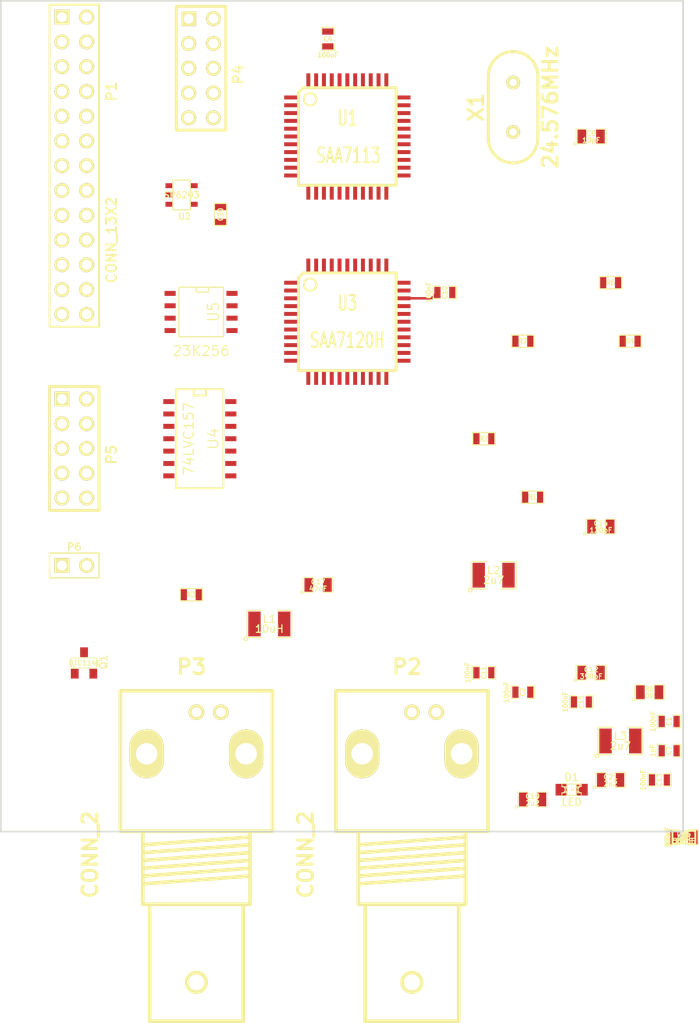
<source format=kicad_pcb>
(kicad_pcb (version 3) (host pcbnew "(2013-04-19 BZR 4011)-stable")

  (general
    (links 167)
    (no_connects 161)
    (area 100.381999 100.000999 170.509001 185.876001)
    (thickness 1.6)
    (drawings 9)
    (tracks 2)
    (zones 0)
    (modules 47)
    (nets 52)
  )

  (page A3)
  (title_block 
    (title VBIT-Pi)
  )

  (layers
    (15 F.Cu signal)
    (0 B.Cu signal)
    (16 B.Adhes user)
    (17 F.Adhes user)
    (18 B.Paste user)
    (19 F.Paste user)
    (20 B.SilkS user)
    (21 F.SilkS user)
    (22 B.Mask user)
    (23 F.Mask user)
    (24 Dwgs.User user)
    (25 Cmts.User user)
    (26 Eco1.User user)
    (27 Eco2.User user)
    (28 Edge.Cuts user)
  )

  (setup
    (last_trace_width 0.254)
    (trace_clearance 0.254)
    (zone_clearance 0.508)
    (zone_45_only no)
    (trace_min 0.254)
    (segment_width 0.2)
    (edge_width 0.15)
    (via_size 0.889)
    (via_drill 0.635)
    (via_min_size 0.889)
    (via_min_drill 0.508)
    (uvia_size 0.508)
    (uvia_drill 0.127)
    (uvias_allowed no)
    (uvia_min_size 0.508)
    (uvia_min_drill 0.127)
    (pcb_text_width 0.3)
    (pcb_text_size 1.5 1.5)
    (mod_edge_width 0.15)
    (mod_text_size 1.5 1.5)
    (mod_text_width 0.15)
    (pad_size 1.524 1.524)
    (pad_drill 0.762)
    (pad_to_mask_clearance 0.2)
    (aux_axis_origin 0 0)
    (visible_elements FFFFF7BF)
    (pcbplotparams
      (layerselection 3178497)
      (usegerberextensions true)
      (excludeedgelayer true)
      (linewidth 100000)
      (plotframeref false)
      (viasonmask false)
      (mode 1)
      (useauxorigin false)
      (hpglpennumber 1)
      (hpglpenspeed 20)
      (hpglpendiameter 15)
      (hpglpenoverlay 2)
      (psnegative false)
      (psa4output false)
      (plotreference true)
      (plotvalue true)
      (plotothertext true)
      (plotinvisibletext false)
      (padsonsilk false)
      (subtractmaskfromsilk false)
      (outputformat 1)
      (mirror false)
      (drillshape 1)
      (scaleselection 1)
      (outputdirectory ""))
  )

  (net 0 "")
  (net 1 +3.3V)
  (net 2 /DVID0)
  (net 3 /DVID1)
  (net 4 /DVID2)
  (net 5 /DVID3)
  (net 6 /DVID4)
  (net 7 /DVID5)
  (net 8 /DVID6)
  (net 9 /DVID7)
  (net 10 /LLC)
  (net 11 /RTC)
  (net 12 "3V3 Power")
  (net 13 "5V Power")
  (net 14 CSN)
  (net 15 FLD)
  (net 16 GND)
  (net 17 GPIO14)
  (net 18 GPIO15)
  (net 19 GPIO17)
  (net 20 GPIO18)
  (net 21 GPIO21)
  (net 22 GPIO23)
  (net 23 GPIO24)
  (net 24 GPIO25)
  (net 25 GPIO4)
  (net 26 MISO)
  (net 27 MOSI)
  (net 28 MUX)
  (net 29 N-0000018)
  (net 30 N-0000025)
  (net 31 N-0000029)
  (net 32 N-0000043)
  (net 33 N-000005)
  (net 34 N-0000051)
  (net 35 N-0000052)
  (net 36 N-0000053)
  (net 37 N-0000060)
  (net 38 N-0000062)
  (net 39 N-0000064)
  (net 40 N-0000067)
  (net 41 N-0000069)
  (net 42 N-0000070)
  (net 43 N-0000072)
  (net 44 N-0000073)
  (net 45 N-0000075)
  (net 46 N-0000076)
  (net 47 N-000008)
  (net 48 SCL)
  (net 49 SCLK)
  (net 50 SDA)
  (net 51 TTXRQ)

  (net_class Default "This is the default net class."
    (clearance 0.254)
    (trace_width 0.254)
    (via_dia 0.889)
    (via_drill 0.635)
    (uvia_dia 0.508)
    (uvia_drill 0.127)
    (add_net "")
    (add_net +3.3V)
    (add_net /DVID0)
    (add_net /DVID1)
    (add_net /DVID2)
    (add_net /DVID3)
    (add_net /DVID4)
    (add_net /DVID5)
    (add_net /DVID6)
    (add_net /DVID7)
    (add_net /LLC)
    (add_net /RTC)
    (add_net "3V3 Power")
    (add_net "5V Power")
    (add_net CSN)
    (add_net FLD)
    (add_net GND)
    (add_net GPIO14)
    (add_net GPIO15)
    (add_net GPIO17)
    (add_net GPIO18)
    (add_net GPIO21)
    (add_net GPIO23)
    (add_net GPIO24)
    (add_net GPIO25)
    (add_net GPIO4)
    (add_net MISO)
    (add_net MOSI)
    (add_net MUX)
    (add_net N-0000018)
    (add_net N-0000025)
    (add_net N-0000029)
    (add_net N-0000043)
    (add_net N-000005)
    (add_net N-0000051)
    (add_net N-0000052)
    (add_net N-0000053)
    (add_net N-0000060)
    (add_net N-0000062)
    (add_net N-0000064)
    (add_net N-0000067)
    (add_net N-0000069)
    (add_net N-0000070)
    (add_net N-0000072)
    (add_net N-0000073)
    (add_net N-0000075)
    (add_net N-0000076)
    (add_net N-000008)
    (add_net SCL)
    (add_net SCLK)
    (add_net SDA)
    (add_net TTXRQ)
  )

  (module TQFP44 (layer F.Cu) (tedit 518C17AE) (tstamp 518C1719)
    (at 136 114)
    (path /51753408)
    (attr smd)
    (fp_text reference U1 (at 0 -1.905) (layer F.SilkS)
      (effects (font (size 1.524 1.016) (thickness 0.2032)))
    )
    (fp_text value SAA7113 (at 0.11 1.954) (layer F.SilkS)
      (effects (font (size 1.524 1.016) (thickness 0.2032)))
    )
    (fp_line (start 5.0038 -5.0038) (end 5.0038 5.0038) (layer F.SilkS) (width 0.3048))
    (fp_line (start 5.0038 5.0038) (end -5.0038 5.0038) (layer F.SilkS) (width 0.3048))
    (fp_line (start -5.0038 -4.5212) (end -5.0038 5.0038) (layer F.SilkS) (width 0.3048))
    (fp_line (start -4.5212 -5.0038) (end 5.0038 -5.0038) (layer F.SilkS) (width 0.3048))
    (fp_line (start -5.0038 -4.5212) (end -4.5212 -5.0038) (layer F.SilkS) (width 0.3048))
    (fp_circle (center -3.81 -3.81) (end -3.81 -3.175) (layer F.SilkS) (width 0.2032))
    (pad 39 smd rect (at 0 -5.715) (size 0.4064 1.524)
      (layers F.Cu F.Paste F.Mask)
    )
    (pad 40 smd rect (at -0.8001 -5.715) (size 0.4064 1.524)
      (layers F.Cu F.Paste F.Mask)
      (net 37 N-0000060)
    )
    (pad 41 smd rect (at -1.6002 -5.715) (size 0.4064 1.524)
      (layers F.Cu F.Paste F.Mask)
      (net 16 GND)
    )
    (pad 42 smd rect (at -2.4003 -5.715) (size 0.4064 1.524)
      (layers F.Cu F.Paste F.Mask)
      (net 1 +3.3V)
    )
    (pad 43 smd rect (at -3.2004 -5.715) (size 0.4064 1.524)
      (layers F.Cu F.Paste F.Mask)
    )
    (pad 44 smd rect (at -4.0005 -5.715) (size 0.4064 1.524)
      (layers F.Cu F.Paste F.Mask)
      (net 40 N-0000067)
    )
    (pad 38 smd rect (at 0.8001 -5.715) (size 0.4064 1.524)
      (layers F.Cu F.Paste F.Mask)
    )
    (pad 37 smd rect (at 1.6002 -5.715) (size 0.4064 1.524)
      (layers F.Cu F.Paste F.Mask)
      (net 16 GND)
    )
    (pad 36 smd rect (at 2.4003 -5.715) (size 0.4064 1.524)
      (layers F.Cu F.Paste F.Mask)
    )
    (pad 35 smd rect (at 3.2004 -5.715) (size 0.4064 1.524)
      (layers F.Cu F.Paste F.Mask)
      (net 16 GND)
    )
    (pad 34 smd rect (at 4.0005 -5.715) (size 0.4064 1.524)
      (layers F.Cu F.Paste F.Mask)
      (net 1 +3.3V)
    )
    (pad 17 smd rect (at 0 5.715) (size 0.4064 1.524)
      (layers F.Cu F.Paste F.Mask)
      (net 10 /LLC)
    )
    (pad 16 smd rect (at -0.8001 5.715) (size 0.4064 1.524)
      (layers F.Cu F.Paste F.Mask)
      (net 16 GND)
    )
    (pad 15 smd rect (at -1.6002 5.715) (size 0.4064 1.524)
      (layers F.Cu F.Paste F.Mask)
      (net 6 /DVID4)
    )
    (pad 14 smd rect (at -2.4003 5.715) (size 0.4064 1.524)
      (layers F.Cu F.Paste F.Mask)
      (net 7 /DVID5)
    )
    (pad 13 smd rect (at -3.2004 5.715) (size 0.4064 1.524)
      (layers F.Cu F.Paste F.Mask)
      (net 8 /DVID6)
    )
    (pad 12 smd rect (at -4.0005 5.715) (size 0.4064 1.524)
      (layers F.Cu F.Paste F.Mask)
      (net 9 /DVID7)
    )
    (pad 18 smd rect (at 0.8001 5.715) (size 0.4064 1.524)
      (layers F.Cu F.Paste F.Mask)
      (net 1 +3.3V)
    )
    (pad 19 smd rect (at 1.6002 5.715) (size 0.4064 1.524)
      (layers F.Cu F.Paste F.Mask)
      (net 5 /DVID3)
    )
    (pad 20 smd rect (at 2.4003 5.715) (size 0.4064 1.524)
      (layers F.Cu F.Paste F.Mask)
      (net 4 /DVID2)
    )
    (pad 21 smd rect (at 3.2004 5.715) (size 0.4064 1.524)
      (layers F.Cu F.Paste F.Mask)
      (net 3 /DVID1)
    )
    (pad 22 smd rect (at 4.0005 5.715) (size 0.4064 1.524)
      (layers F.Cu F.Paste F.Mask)
      (net 2 /DVID0)
    )
    (pad 6 smd rect (at -5.715 0) (size 1.524 0.4064)
      (layers F.Cu F.Paste F.Mask)
      (net 16 GND)
    )
    (pad 28 smd rect (at 5.715 0) (size 1.524 0.4064)
      (layers F.Cu F.Paste F.Mask)
      (net 16 GND)
    )
    (pad 7 smd rect (at -5.715 0.8001) (size 1.524 0.4064)
      (layers F.Cu F.Paste F.Mask)
    )
    (pad 27 smd rect (at 5.715 0.8001) (size 1.524 0.4064)
      (layers F.Cu F.Paste F.Mask)
      (net 15 FLD)
    )
    (pad 26 smd rect (at 5.715 1.6002) (size 1.524 0.4064)
      (layers F.Cu F.Paste F.Mask)
    )
    (pad 8 smd rect (at -5.715 1.6002) (size 1.524 0.4064)
      (layers F.Cu F.Paste F.Mask)
      (net 16 GND)
    )
    (pad 9 smd rect (at -5.715 2.4003) (size 1.524 0.4064)
      (layers F.Cu F.Paste F.Mask)
    )
    (pad 25 smd rect (at 5.715 2.4003) (size 1.524 0.4064)
      (layers F.Cu F.Paste F.Mask)
      (net 11 /RTC)
    )
    (pad 24 smd rect (at 5.715 3.2004) (size 1.524 0.4064)
      (layers F.Cu F.Paste F.Mask)
      (net 48 SCL)
    )
    (pad 10 smd rect (at -5.715 3.2004) (size 1.524 0.4064)
      (layers F.Cu F.Paste F.Mask)
      (net 1 +3.3V)
    )
    (pad 11 smd rect (at -5.715 4.0005) (size 1.524 0.4064)
      (layers F.Cu F.Paste F.Mask)
      (net 16 GND)
    )
    (pad 23 smd rect (at 5.715 4.0005) (size 1.524 0.4064)
      (layers F.Cu F.Paste F.Mask)
      (net 50 SDA)
    )
    (pad 29 smd rect (at 5.715 -0.8001) (size 1.524 0.4064)
      (layers F.Cu F.Paste F.Mask)
      (net 1 +3.3V)
    )
    (pad 5 smd rect (at -5.715 -0.8001) (size 1.524 0.4064)
      (layers F.Cu F.Paste F.Mask)
      (net 34 N-0000051)
    )
    (pad 4 smd rect (at -5.715 -1.6002) (size 1.524 0.4064)
      (layers F.Cu F.Paste F.Mask)
      (net 29 N-0000018)
    )
    (pad 30 smd rect (at 5.715 -1.6002) (size 1.524 0.4064)
      (layers F.Cu F.Paste F.Mask)
      (net 16 GND)
    )
    (pad 31 smd rect (at 5.715 -2.4003) (size 1.524 0.4064)
      (layers F.Cu F.Paste F.Mask)
      (net 38 N-0000062)
    )
    (pad 3 smd rect (at -5.715 -2.4003) (size 1.524 0.4064)
      (layers F.Cu F.Paste F.Mask)
      (net 1 +3.3V)
    )
    (pad 2 smd rect (at -5.715 -3.2004) (size 1.524 0.4064)
      (layers F.Cu F.Paste F.Mask)
      (net 16 GND)
    )
    (pad 32 smd rect (at 5.715 -3.2004) (size 1.524 0.4064)
      (layers F.Cu F.Paste F.Mask)
      (net 43 N-0000072)
    )
    (pad 33 smd rect (at 5.715 -4.0005) (size 1.524 0.4064)
      (layers F.Cu F.Paste F.Mask)
      (net 1 +3.3V)
    )
    (pad 1 smd rect (at -5.715 -4.0005) (size 1.524 0.4064)
      (layers F.Cu F.Paste F.Mask)
    )
  )

  (module TQFP44 (layer F.Cu) (tedit 200000) (tstamp 518C174F)
    (at 136 133)
    (path /5175341D)
    (attr smd)
    (fp_text reference U3 (at 0 -1.905) (layer F.SilkS)
      (effects (font (size 1.524 1.016) (thickness 0.2032)))
    )
    (fp_text value SAA7120H (at 0 1.905) (layer F.SilkS)
      (effects (font (size 1.524 1.016) (thickness 0.2032)))
    )
    (fp_line (start 5.0038 -5.0038) (end 5.0038 5.0038) (layer F.SilkS) (width 0.3048))
    (fp_line (start 5.0038 5.0038) (end -5.0038 5.0038) (layer F.SilkS) (width 0.3048))
    (fp_line (start -5.0038 -4.5212) (end -5.0038 5.0038) (layer F.SilkS) (width 0.3048))
    (fp_line (start -4.5212 -5.0038) (end 5.0038 -5.0038) (layer F.SilkS) (width 0.3048))
    (fp_line (start -5.0038 -4.5212) (end -4.5212 -5.0038) (layer F.SilkS) (width 0.3048))
    (fp_circle (center -3.81 -3.81) (end -3.81 -3.175) (layer F.SilkS) (width 0.2032))
    (pad 39 smd rect (at 0 -5.715) (size 0.4064 1.524)
      (layers F.Cu F.Paste F.Mask)
      (net 1 +3.3V)
    )
    (pad 40 smd rect (at -0.8001 -5.715) (size 0.4064 1.524)
      (layers F.Cu F.Paste F.Mask)
      (net 1 +3.3V)
    )
    (pad 41 smd rect (at -1.6002 -5.715) (size 0.4064 1.524)
      (layers F.Cu F.Paste F.Mask)
      (net 48 SCL)
    )
    (pad 42 smd rect (at -2.4003 -5.715) (size 0.4064 1.524)
      (layers F.Cu F.Paste F.Mask)
      (net 50 SDA)
    )
    (pad 43 smd rect (at -3.2004 -5.715) (size 0.4064 1.524)
      (layers F.Cu F.Paste F.Mask)
      (net 51 TTXRQ)
    )
    (pad 44 smd rect (at -4.0005 -5.715) (size 0.4064 1.524)
      (layers F.Cu F.Paste F.Mask)
      (net 26 MISO)
    )
    (pad 38 smd rect (at 0.8001 -5.715) (size 0.4064 1.524)
      (layers F.Cu F.Paste F.Mask)
      (net 16 GND)
    )
    (pad 37 smd rect (at 1.6002 -5.715) (size 0.4064 1.524)
      (layers F.Cu F.Paste F.Mask)
    )
    (pad 36 smd rect (at 2.4003 -5.715) (size 0.4064 1.524)
      (layers F.Cu F.Paste F.Mask)
      (net 1 +3.3V)
    )
    (pad 35 smd rect (at 3.2004 -5.715) (size 0.4064 1.524)
      (layers F.Cu F.Paste F.Mask)
      (net 16 GND)
    )
    (pad 34 smd rect (at 4.0005 -5.715) (size 0.4064 1.524)
      (layers F.Cu F.Paste F.Mask)
    )
    (pad 17 smd rect (at 0 5.715) (size 0.4064 1.524)
      (layers F.Cu F.Paste F.Mask)
      (net 1 +3.3V)
    )
    (pad 16 smd rect (at -0.8001 5.715) (size 0.4064 1.524)
      (layers F.Cu F.Paste F.Mask)
      (net 2 /DVID0)
    )
    (pad 15 smd rect (at -1.6002 5.715) (size 0.4064 1.524)
      (layers F.Cu F.Paste F.Mask)
      (net 3 /DVID1)
    )
    (pad 14 smd rect (at -2.4003 5.715) (size 0.4064 1.524)
      (layers F.Cu F.Paste F.Mask)
      (net 4 /DVID2)
    )
    (pad 13 smd rect (at -3.2004 5.715) (size 0.4064 1.524)
      (layers F.Cu F.Paste F.Mask)
      (net 5 /DVID3)
    )
    (pad 12 smd rect (at -4.0005 5.715) (size 0.4064 1.524)
      (layers F.Cu F.Paste F.Mask)
      (net 6 /DVID4)
    )
    (pad 18 smd rect (at 0.8001 5.715) (size 0.4064 1.524)
      (layers F.Cu F.Paste F.Mask)
      (net 16 GND)
    )
    (pad 19 smd rect (at 1.6002 5.715) (size 0.4064 1.524)
      (layers F.Cu F.Paste F.Mask)
      (net 11 /RTC)
    )
    (pad 20 smd rect (at 2.4003 5.715) (size 0.4064 1.524)
      (layers F.Cu F.Paste F.Mask)
    )
    (pad 21 smd rect (at 3.2004 5.715) (size 0.4064 1.524)
      (layers F.Cu F.Paste F.Mask)
      (net 16 GND)
    )
    (pad 22 smd rect (at 4.0005 5.715) (size 0.4064 1.524)
      (layers F.Cu F.Paste F.Mask)
    )
    (pad 6 smd rect (at -5.715 0) (size 1.524 0.4064)
      (layers F.Cu F.Paste F.Mask)
      (net 1 +3.3V)
    )
    (pad 28 smd rect (at 5.715 0) (size 1.524 0.4064)
      (layers F.Cu F.Paste F.Mask)
      (net 1 +3.3V)
    )
    (pad 7 smd rect (at -5.715 0.8001) (size 1.524 0.4064)
      (layers F.Cu F.Paste F.Mask)
    )
    (pad 27 smd rect (at 5.715 0.8001) (size 1.524 0.4064)
      (layers F.Cu F.Paste F.Mask)
    )
    (pad 26 smd rect (at 5.715 1.6002) (size 1.524 0.4064)
      (layers F.Cu F.Paste F.Mask)
    )
    (pad 8 smd rect (at -5.715 1.6002) (size 1.524 0.4064)
      (layers F.Cu F.Paste F.Mask)
    )
    (pad 9 smd rect (at -5.715 2.4003) (size 1.524 0.4064)
      (layers F.Cu F.Paste F.Mask)
      (net 9 /DVID7)
    )
    (pad 25 smd rect (at 5.715 2.4003) (size 1.524 0.4064)
      (layers F.Cu F.Paste F.Mask)
      (net 1 +3.3V)
    )
    (pad 24 smd rect (at 5.715 3.2004) (size 1.524 0.4064)
      (layers F.Cu F.Paste F.Mask)
    )
    (pad 10 smd rect (at -5.715 3.2004) (size 1.524 0.4064)
      (layers F.Cu F.Paste F.Mask)
      (net 8 /DVID6)
    )
    (pad 11 smd rect (at -5.715 4.0005) (size 1.524 0.4064)
      (layers F.Cu F.Paste F.Mask)
      (net 7 /DVID5)
    )
    (pad 23 smd rect (at 5.715 4.0005) (size 1.524 0.4064)
      (layers F.Cu F.Paste F.Mask)
    )
    (pad 29 smd rect (at 5.715 -0.8001) (size 1.524 0.4064)
      (layers F.Cu F.Paste F.Mask)
    )
    (pad 5 smd rect (at -5.715 -0.8001) (size 1.524 0.4064)
      (layers F.Cu F.Paste F.Mask)
      (net 16 GND)
    )
    (pad 4 smd rect (at -5.715 -1.6002) (size 1.524 0.4064)
      (layers F.Cu F.Paste F.Mask)
      (net 10 /LLC)
    )
    (pad 30 smd rect (at 5.715 -1.6002) (size 1.524 0.4064)
      (layers F.Cu F.Paste F.Mask)
      (net 33 N-000005)
    )
    (pad 31 smd rect (at 5.715 -2.4003) (size 1.524 0.4064)
      (layers F.Cu F.Paste F.Mask)
      (net 1 +3.3V)
    )
    (pad 3 smd rect (at -5.715 -2.4003) (size 1.524 0.4064)
      (layers F.Cu F.Paste F.Mask)
      (net 16 GND)
    )
    (pad 2 smd rect (at -5.715 -3.2004) (size 1.524 0.4064)
      (layers F.Cu F.Paste F.Mask)
      (net 16 GND)
    )
    (pad 32 smd rect (at 5.715 -3.2004) (size 1.524 0.4064)
      (layers F.Cu F.Paste F.Mask)
      (net 16 GND)
    )
    (pad 33 smd rect (at 5.715 -4.0005) (size 1.524 0.4064)
      (layers F.Cu F.Paste F.Mask)
      (net 16 GND)
    )
    (pad 1 smd rect (at -5.715 -4.0005) (size 1.524 0.4064)
      (layers F.Cu F.Paste F.Mask)
    )
  )

  (module SOT23-5 (layer F.Cu) (tedit 518C1A4A) (tstamp 518C175C)
    (at 119 120 270)
    (path /5177E0C5)
    (attr smd)
    (fp_text reference U2 (at 2.19964 -0.29972 360) (layer F.SilkS)
      (effects (font (size 0.635 0.635) (thickness 0.127)))
    )
    (fp_text value SP6203 (at 0 0 360) (layer F.SilkS)
      (effects (font (size 0.635 0.635) (thickness 0.127)))
    )
    (fp_line (start 1.524 -0.889) (end 1.524 0.889) (layer F.SilkS) (width 0.127))
    (fp_line (start 1.524 0.889) (end -1.524 0.889) (layer F.SilkS) (width 0.127))
    (fp_line (start -1.524 0.889) (end -1.524 -0.889) (layer F.SilkS) (width 0.127))
    (fp_line (start -1.524 -0.889) (end 1.524 -0.889) (layer F.SilkS) (width 0.127))
    (pad 1 smd rect (at -0.9525 1.27 270) (size 0.508 0.762)
      (layers F.Cu F.Paste F.Mask)
      (net 13 "5V Power")
    )
    (pad 3 smd rect (at 0.9525 1.27 270) (size 0.508 0.762)
      (layers F.Cu F.Paste F.Mask)
      (net 12 "3V3 Power")
    )
    (pad 5 smd rect (at -0.9525 -1.27 270) (size 0.508 0.762)
      (layers F.Cu F.Paste F.Mask)
      (net 32 N-0000043)
    )
    (pad 2 smd rect (at 0 1.27 270) (size 0.508 0.762)
      (layers F.Cu F.Paste F.Mask)
      (net 16 GND)
    )
    (pad 4 smd rect (at 0.9525 -1.27 270) (size 0.508 0.762)
      (layers F.Cu F.Paste F.Mask)
      (net 31 N-0000029)
    )
    (model smd/SOT23_5.wrl
      (at (xyz 0 0 0))
      (scale (xyz 0.1 0.1 0.1))
      (rotate (xyz 0 0 0))
    )
  )

  (module SOT23 (layer F.Cu) (tedit 5051A6D7) (tstamp 518C1768)
    (at 109 168)
    (tags SOT23)
    (path /5186D6C6)
    (fp_text reference Q1 (at 1.99898 -0.09906 90) (layer F.SilkS)
      (effects (font (size 0.762 0.762) (thickness 0.11938)))
    )
    (fp_text value DTC114E (at 0.0635 0) (layer F.SilkS)
      (effects (font (size 0.50038 0.50038) (thickness 0.09906)))
    )
    (fp_circle (center -1.17602 0.35052) (end -1.30048 0.44958) (layer F.SilkS) (width 0.07874))
    (fp_line (start 1.27 -0.508) (end 1.27 0.508) (layer F.SilkS) (width 0.07874))
    (fp_line (start -1.3335 -0.508) (end -1.3335 0.508) (layer F.SilkS) (width 0.07874))
    (fp_line (start 1.27 0.508) (end -1.3335 0.508) (layer F.SilkS) (width 0.07874))
    (fp_line (start -1.3335 -0.508) (end 1.27 -0.508) (layer F.SilkS) (width 0.07874))
    (pad 3 smd rect (at 0 -1.09982) (size 0.8001 1.00076)
      (layers F.Cu F.Paste F.Mask)
      (net 36 N-0000053)
    )
    (pad 2 smd rect (at 0.9525 1.09982) (size 0.8001 1.00076)
      (layers F.Cu F.Paste F.Mask)
      (net 16 GND)
    )
    (pad 1 smd rect (at -0.9525 1.09982) (size 0.8001 1.00076)
      (layers F.Cu F.Paste F.Mask)
      (net 25 GPIO4)
    )
    (model smd\SOT23_3.wrl
      (at (xyz 0 0 0))
      (scale (xyz 0.4 0.4 0.4))
      (rotate (xyz 0 0 180))
    )
  )

  (module SO8N (layer F.Cu) (tedit 518C19CF) (tstamp 518C177B)
    (at 121 132 270)
    (descr "Module CMS SOJ 8 pins large")
    (tags "CMS SOJ")
    (path /51756319)
    (attr smd)
    (fp_text reference U5 (at 0 -1.27 270) (layer F.SilkS)
      (effects (font (size 1.143 1.016) (thickness 0.127)))
    )
    (fp_text value 23K256 (at 4 0 360) (layer F.SilkS)
      (effects (font (size 1.016 1.016) (thickness 0.127)))
    )
    (fp_line (start -2.54 -2.286) (end 2.54 -2.286) (layer F.SilkS) (width 0.127))
    (fp_line (start 2.54 -2.286) (end 2.54 2.286) (layer F.SilkS) (width 0.127))
    (fp_line (start 2.54 2.286) (end -2.54 2.286) (layer F.SilkS) (width 0.127))
    (fp_line (start -2.54 2.286) (end -2.54 -2.286) (layer F.SilkS) (width 0.127))
    (fp_line (start -2.54 -0.762) (end -2.032 -0.762) (layer F.SilkS) (width 0.127))
    (fp_line (start -2.032 -0.762) (end -2.032 0.508) (layer F.SilkS) (width 0.127))
    (fp_line (start -2.032 0.508) (end -2.54 0.508) (layer F.SilkS) (width 0.127))
    (pad 8 smd rect (at -1.905 -3.175 270) (size 0.508 1.143)
      (layers F.Cu F.Paste F.Mask)
      (net 1 +3.3V)
    )
    (pad 7 smd rect (at -0.635 -3.175 270) (size 0.508 1.143)
      (layers F.Cu F.Paste F.Mask)
      (net 30 N-0000025)
    )
    (pad 6 smd rect (at 0.635 -3.175 270) (size 0.508 1.143)
      (layers F.Cu F.Paste F.Mask)
      (net 47 N-000008)
    )
    (pad 5 smd rect (at 1.905 -3.175 270) (size 0.508 1.143)
      (layers F.Cu F.Paste F.Mask)
      (net 27 MOSI)
    )
    (pad 4 smd rect (at 1.905 3.175 270) (size 0.508 1.143)
      (layers F.Cu F.Paste F.Mask)
      (net 16 GND)
    )
    (pad 3 smd rect (at 0.635 3.175 270) (size 0.508 1.143)
      (layers F.Cu F.Paste F.Mask)
    )
    (pad 2 smd rect (at -0.635 3.175 270) (size 0.508 1.143)
      (layers F.Cu F.Paste F.Mask)
      (net 26 MISO)
    )
    (pad 1 smd rect (at -1.905 3.175 270) (size 0.508 1.143)
      (layers F.Cu F.Paste F.Mask)
      (net 14 CSN)
    )
    (model smd/cms_so8.wrl
      (at (xyz 0 0 0))
      (scale (xyz 0.5 0.38 0.5))
      (rotate (xyz 0 0 0))
    )
  )

  (module SO14N (layer F.Cu) (tedit 42806FE5) (tstamp 518C1794)
    (at 121 145 270)
    (descr "Module CMS SOJ 14 pins Large")
    (tags "CMS SOJ")
    (path /51756255)
    (attr smd)
    (fp_text reference U4 (at 0 -1.27 270) (layer F.SilkS)
      (effects (font (size 1.016 1.143) (thickness 0.127)))
    )
    (fp_text value 74LVC157 (at 0 1.27 270) (layer F.SilkS)
      (effects (font (size 1.016 1.016) (thickness 0.127)))
    )
    (fp_line (start 5.08 -2.286) (end 5.08 2.54) (layer F.SilkS) (width 0.2032))
    (fp_line (start 5.08 2.54) (end -5.08 2.54) (layer F.SilkS) (width 0.2032))
    (fp_line (start -5.08 2.54) (end -5.08 -2.286) (layer F.SilkS) (width 0.2032))
    (fp_line (start -5.08 -2.286) (end 5.08 -2.286) (layer F.SilkS) (width 0.2032))
    (fp_line (start -5.08 -0.508) (end -4.445 -0.508) (layer F.SilkS) (width 0.2032))
    (fp_line (start -4.445 -0.508) (end -4.445 0.762) (layer F.SilkS) (width 0.2032))
    (fp_line (start -4.445 0.762) (end -5.08 0.762) (layer F.SilkS) (width 0.2032))
    (pad 1 smd rect (at -3.81 3.302 270) (size 0.508 1.143)
      (layers F.Cu F.Paste F.Mask)
      (net 28 MUX)
    )
    (pad 2 smd rect (at -2.54 3.302 270) (size 0.508 1.143)
      (layers F.Cu F.Paste F.Mask)
      (net 51 TTXRQ)
    )
    (pad 3 smd rect (at -1.27 3.302 270) (size 0.508 1.143)
      (layers F.Cu F.Paste F.Mask)
      (net 49 SCLK)
    )
    (pad 4 smd rect (at 0 3.302 270) (size 0.508 1.143)
      (layers F.Cu F.Paste F.Mask)
      (net 47 N-000008)
    )
    (pad 5 smd rect (at 1.27 3.302 270) (size 0.508 1.143)
      (layers F.Cu F.Paste F.Mask)
      (net 16 GND)
    )
    (pad 6 smd rect (at 2.54 3.302 270) (size 0.508 1.143)
      (layers F.Cu F.Paste F.Mask)
      (net 16 GND)
    )
    (pad 7 smd rect (at 3.81 3.302 270) (size 0.508 1.143)
      (layers F.Cu F.Paste F.Mask)
    )
    (pad 8 smd rect (at 3.81 -3.048 270) (size 0.508 1.143)
      (layers F.Cu F.Paste F.Mask)
      (net 16 GND)
    )
    (pad 9 smd rect (at 2.54 -3.048 270) (size 0.508 1.143)
      (layers F.Cu F.Paste F.Mask)
    )
    (pad 11 smd rect (at 0 -3.048 270) (size 0.508 1.143)
      (layers F.Cu F.Paste F.Mask)
      (net 16 GND)
    )
    (pad 12 smd rect (at -1.27 -3.048 270) (size 0.508 1.143)
      (layers F.Cu F.Paste F.Mask)
    )
    (pad 13 smd rect (at -2.54 -3.048 270) (size 0.508 1.143)
      (layers F.Cu F.Paste F.Mask)
      (net 16 GND)
    )
    (pad 14 smd rect (at -3.81 -3.048 270) (size 0.508 1.143)
      (layers F.Cu F.Paste F.Mask)
      (net 16 GND)
    )
    (pad 10 smd rect (at 1.27 -3.048 270) (size 0.508 1.143)
      (layers F.Cu F.Paste F.Mask)
      (net 16 GND)
    )
    (model smd/cms_so14.wrl
      (at (xyz 0 0 0))
      (scale (xyz 0.5 0.4 0.5))
      (rotate (xyz 0 0 0))
    )
  )

  (module SM1210 (layer F.Cu) (tedit 42806E94) (tstamp 518C17A1)
    (at 164 176)
    (tags "CMS SM")
    (path /51801AF6)
    (attr smd)
    (fp_text reference L3 (at 0 -0.508) (layer F.SilkS)
      (effects (font (size 0.762 0.762) (thickness 0.127)))
    )
    (fp_text value 2u7 (at 0 0.508) (layer F.SilkS)
      (effects (font (size 0.762 0.762) (thickness 0.127)))
    )
    (fp_circle (center -2.413 1.524) (end -2.286 1.397) (layer F.SilkS) (width 0.127))
    (fp_line (start -0.762 -1.397) (end -2.286 -1.397) (layer F.SilkS) (width 0.127))
    (fp_line (start -2.286 -1.397) (end -2.286 1.397) (layer F.SilkS) (width 0.127))
    (fp_line (start -2.286 1.397) (end -0.762 1.397) (layer F.SilkS) (width 0.127))
    (fp_line (start 0.762 1.397) (end 2.286 1.397) (layer F.SilkS) (width 0.127))
    (fp_line (start 2.286 1.397) (end 2.286 -1.397) (layer F.SilkS) (width 0.127))
    (fp_line (start 2.286 -1.397) (end 0.762 -1.397) (layer F.SilkS) (width 0.127))
    (pad 1 smd rect (at -1.524 0) (size 1.27 2.54)
      (layers F.Cu F.Paste F.Mask)
      (net 42 N-0000070)
    )
    (pad 2 smd rect (at 1.524 0) (size 1.27 2.54)
      (layers F.Cu F.Paste F.Mask)
      (net 39 N-0000064)
    )
    (model smd/chip_cms.wrl
      (at (xyz 0 0 0))
      (scale (xyz 0.17 0.2 0.17))
      (rotate (xyz 0 0 0))
    )
  )

  (module SM1210 (layer F.Cu) (tedit 42806E94) (tstamp 518C17AE)
    (at 128 164)
    (tags "CMS SM")
    (path /517FBDFC)
    (attr smd)
    (fp_text reference L1 (at 0 -0.508) (layer F.SilkS)
      (effects (font (size 0.762 0.762) (thickness 0.127)))
    )
    (fp_text value 10uH (at 0 0.508) (layer F.SilkS)
      (effects (font (size 0.762 0.762) (thickness 0.127)))
    )
    (fp_circle (center -2.413 1.524) (end -2.286 1.397) (layer F.SilkS) (width 0.127))
    (fp_line (start -0.762 -1.397) (end -2.286 -1.397) (layer F.SilkS) (width 0.127))
    (fp_line (start -2.286 -1.397) (end -2.286 1.397) (layer F.SilkS) (width 0.127))
    (fp_line (start -2.286 1.397) (end -0.762 1.397) (layer F.SilkS) (width 0.127))
    (fp_line (start 0.762 1.397) (end 2.286 1.397) (layer F.SilkS) (width 0.127))
    (fp_line (start 2.286 1.397) (end 2.286 -1.397) (layer F.SilkS) (width 0.127))
    (fp_line (start 2.286 -1.397) (end 0.762 -1.397) (layer F.SilkS) (width 0.127))
    (pad 1 smd rect (at -1.524 0) (size 1.27 2.54)
      (layers F.Cu F.Paste F.Mask)
      (net 45 N-0000075)
    )
    (pad 2 smd rect (at 1.524 0) (size 1.27 2.54)
      (layers F.Cu F.Paste F.Mask)
      (net 43 N-0000072)
    )
    (model smd/chip_cms.wrl
      (at (xyz 0 0 0))
      (scale (xyz 0.17 0.2 0.17))
      (rotate (xyz 0 0 0))
    )
  )

  (module SM1210 (layer F.Cu) (tedit 42806E94) (tstamp 518C17BB)
    (at 151 159)
    (tags "CMS SM")
    (path /51801ADD)
    (attr smd)
    (fp_text reference L2 (at 0 -0.508) (layer F.SilkS)
      (effects (font (size 0.762 0.762) (thickness 0.127)))
    )
    (fp_text value 2u7 (at 0 0.508) (layer F.SilkS)
      (effects (font (size 0.762 0.762) (thickness 0.127)))
    )
    (fp_circle (center -2.413 1.524) (end -2.286 1.397) (layer F.SilkS) (width 0.127))
    (fp_line (start -0.762 -1.397) (end -2.286 -1.397) (layer F.SilkS) (width 0.127))
    (fp_line (start -2.286 -1.397) (end -2.286 1.397) (layer F.SilkS) (width 0.127))
    (fp_line (start -2.286 1.397) (end -0.762 1.397) (layer F.SilkS) (width 0.127))
    (fp_line (start 0.762 1.397) (end 2.286 1.397) (layer F.SilkS) (width 0.127))
    (fp_line (start 2.286 1.397) (end 2.286 -1.397) (layer F.SilkS) (width 0.127))
    (fp_line (start 2.286 -1.397) (end 0.762 -1.397) (layer F.SilkS) (width 0.127))
    (pad 1 smd rect (at -1.524 0) (size 1.27 2.54)
      (layers F.Cu F.Paste F.Mask)
      (net 41 N-0000069)
    )
    (pad 2 smd rect (at 1.524 0) (size 1.27 2.54)
      (layers F.Cu F.Paste F.Mask)
      (net 42 N-0000070)
    )
    (model smd/chip_cms.wrl
      (at (xyz 0 0 0))
      (scale (xyz 0.17 0.2 0.17))
      (rotate (xyz 0 0 0))
    )
  )

  (module SM0805 (layer F.Cu) (tedit 5091495C) (tstamp 518C17C8)
    (at 163 180)
    (path /51825EA0)
    (attr smd)
    (fp_text reference C21 (at 0 -0.3175) (layer F.SilkS)
      (effects (font (size 0.50038 0.50038) (thickness 0.10922)))
    )
    (fp_text value 2u2 (at 0 0.381) (layer F.SilkS)
      (effects (font (size 0.50038 0.50038) (thickness 0.10922)))
    )
    (fp_circle (center -1.651 0.762) (end -1.651 0.635) (layer F.SilkS) (width 0.09906))
    (fp_line (start -0.508 0.762) (end -1.524 0.762) (layer F.SilkS) (width 0.09906))
    (fp_line (start -1.524 0.762) (end -1.524 -0.762) (layer F.SilkS) (width 0.09906))
    (fp_line (start -1.524 -0.762) (end -0.508 -0.762) (layer F.SilkS) (width 0.09906))
    (fp_line (start 0.508 -0.762) (end 1.524 -0.762) (layer F.SilkS) (width 0.09906))
    (fp_line (start 1.524 -0.762) (end 1.524 0.762) (layer F.SilkS) (width 0.09906))
    (fp_line (start 1.524 0.762) (end 0.508 0.762) (layer F.SilkS) (width 0.09906))
    (pad 1 smd rect (at -0.9525 0) (size 0.889 1.397)
      (layers F.Cu F.Paste F.Mask)
      (net 1 +3.3V)
    )
    (pad 2 smd rect (at 0.9525 0) (size 0.889 1.397)
      (layers F.Cu F.Paste F.Mask)
      (net 16 GND)
    )
    (model smd/chip_cms.wrl
      (at (xyz 0 0 0))
      (scale (xyz 0.1 0.1 0.1))
      (rotate (xyz 0 0 0))
    )
  )

  (module SM0805 (layer F.Cu) (tedit 5091495C) (tstamp 518C17D5)
    (at 133 160)
    (path /518035C8)
    (attr smd)
    (fp_text reference C17 (at 0 -0.3175) (layer F.SilkS)
      (effects (font (size 0.50038 0.50038) (thickness 0.10922)))
    )
    (fp_text value 47nF (at 0 0.381) (layer F.SilkS)
      (effects (font (size 0.50038 0.50038) (thickness 0.10922)))
    )
    (fp_circle (center -1.651 0.762) (end -1.651 0.635) (layer F.SilkS) (width 0.09906))
    (fp_line (start -0.508 0.762) (end -1.524 0.762) (layer F.SilkS) (width 0.09906))
    (fp_line (start -1.524 0.762) (end -1.524 -0.762) (layer F.SilkS) (width 0.09906))
    (fp_line (start -1.524 -0.762) (end -0.508 -0.762) (layer F.SilkS) (width 0.09906))
    (fp_line (start 0.508 -0.762) (end 1.524 -0.762) (layer F.SilkS) (width 0.09906))
    (fp_line (start 1.524 -0.762) (end 1.524 0.762) (layer F.SilkS) (width 0.09906))
    (fp_line (start 1.524 0.762) (end 0.508 0.762) (layer F.SilkS) (width 0.09906))
    (pad 1 smd rect (at -0.9525 0) (size 0.889 1.397)
      (layers F.Cu F.Paste F.Mask)
      (net 16 GND)
    )
    (pad 2 smd rect (at 0.9525 0) (size 0.889 1.397)
      (layers F.Cu F.Paste F.Mask)
      (net 34 N-0000051)
    )
    (model smd/chip_cms.wrl
      (at (xyz 0 0 0))
      (scale (xyz 0.1 0.1 0.1))
      (rotate (xyz 0 0 0))
    )
  )

  (module SM0805 (layer F.Cu) (tedit 5091495C) (tstamp 518C17E2)
    (at 170.509001 185.881001)
    (path /51801B4C)
    (attr smd)
    (fp_text reference C16 (at 0 -0.3175) (layer F.SilkS)
      (effects (font (size 0.50038 0.50038) (thickness 0.10922)))
    )
    (fp_text value 560pF (at 0 0.381) (layer F.SilkS)
      (effects (font (size 0.50038 0.50038) (thickness 0.10922)))
    )
    (fp_circle (center -1.651 0.762) (end -1.651 0.635) (layer F.SilkS) (width 0.09906))
    (fp_line (start -0.508 0.762) (end -1.524 0.762) (layer F.SilkS) (width 0.09906))
    (fp_line (start -1.524 0.762) (end -1.524 -0.762) (layer F.SilkS) (width 0.09906))
    (fp_line (start -1.524 -0.762) (end -0.508 -0.762) (layer F.SilkS) (width 0.09906))
    (fp_line (start 0.508 -0.762) (end 1.524 -0.762) (layer F.SilkS) (width 0.09906))
    (fp_line (start 1.524 -0.762) (end 1.524 0.762) (layer F.SilkS) (width 0.09906))
    (fp_line (start 1.524 0.762) (end 0.508 0.762) (layer F.SilkS) (width 0.09906))
    (pad 1 smd rect (at -0.9525 0) (size 0.889 1.397)
      (layers F.Cu F.Paste F.Mask)
      (net 42 N-0000070)
    )
    (pad 2 smd rect (at 0.9525 0) (size 0.889 1.397)
      (layers F.Cu F.Paste F.Mask)
      (net 16 GND)
    )
    (model smd/chip_cms.wrl
      (at (xyz 0 0 0))
      (scale (xyz 0.1 0.1 0.1))
      (rotate (xyz 0 0 0))
    )
  )

  (module SM0805 (layer F.Cu) (tedit 5091495C) (tstamp 518C17EF)
    (at 161 169)
    (path /51801B36)
    (attr smd)
    (fp_text reference C12 (at 0 -0.3175) (layer F.SilkS)
      (effects (font (size 0.50038 0.50038) (thickness 0.10922)))
    )
    (fp_text value 390pF (at 0 0.381) (layer F.SilkS)
      (effects (font (size 0.50038 0.50038) (thickness 0.10922)))
    )
    (fp_circle (center -1.651 0.762) (end -1.651 0.635) (layer F.SilkS) (width 0.09906))
    (fp_line (start -0.508 0.762) (end -1.524 0.762) (layer F.SilkS) (width 0.09906))
    (fp_line (start -1.524 0.762) (end -1.524 -0.762) (layer F.SilkS) (width 0.09906))
    (fp_line (start -1.524 -0.762) (end -0.508 -0.762) (layer F.SilkS) (width 0.09906))
    (fp_line (start 0.508 -0.762) (end 1.524 -0.762) (layer F.SilkS) (width 0.09906))
    (fp_line (start 1.524 -0.762) (end 1.524 0.762) (layer F.SilkS) (width 0.09906))
    (fp_line (start 1.524 0.762) (end 0.508 0.762) (layer F.SilkS) (width 0.09906))
    (pad 1 smd rect (at -0.9525 0) (size 0.889 1.397)
      (layers F.Cu F.Paste F.Mask)
      (net 41 N-0000069)
    )
    (pad 2 smd rect (at 0.9525 0) (size 0.889 1.397)
      (layers F.Cu F.Paste F.Mask)
      (net 16 GND)
    )
    (model smd/chip_cms.wrl
      (at (xyz 0 0 0))
      (scale (xyz 0.1 0.1 0.1))
      (rotate (xyz 0 0 0))
    )
  )

  (module SM0805 (layer F.Cu) (tedit 5091495C) (tstamp 518C17FC)
    (at 162 154)
    (path /51801B1B)
    (attr smd)
    (fp_text reference C14 (at 0 -0.3175) (layer F.SilkS)
      (effects (font (size 0.50038 0.50038) (thickness 0.10922)))
    )
    (fp_text value 120pF (at 0 0.381) (layer F.SilkS)
      (effects (font (size 0.50038 0.50038) (thickness 0.10922)))
    )
    (fp_circle (center -1.651 0.762) (end -1.651 0.635) (layer F.SilkS) (width 0.09906))
    (fp_line (start -0.508 0.762) (end -1.524 0.762) (layer F.SilkS) (width 0.09906))
    (fp_line (start -1.524 0.762) (end -1.524 -0.762) (layer F.SilkS) (width 0.09906))
    (fp_line (start -1.524 -0.762) (end -0.508 -0.762) (layer F.SilkS) (width 0.09906))
    (fp_line (start 0.508 -0.762) (end 1.524 -0.762) (layer F.SilkS) (width 0.09906))
    (fp_line (start 1.524 -0.762) (end 1.524 0.762) (layer F.SilkS) (width 0.09906))
    (fp_line (start 1.524 0.762) (end 0.508 0.762) (layer F.SilkS) (width 0.09906))
    (pad 1 smd rect (at -0.9525 0) (size 0.889 1.397)
      (layers F.Cu F.Paste F.Mask)
      (net 41 N-0000069)
    )
    (pad 2 smd rect (at 0.9525 0) (size 0.889 1.397)
      (layers F.Cu F.Paste F.Mask)
      (net 42 N-0000070)
    )
    (model smd/chip_cms.wrl
      (at (xyz 0 0 0))
      (scale (xyz 0.1 0.1 0.1))
      (rotate (xyz 0 0 0))
    )
  )

  (module SM0805 (layer F.Cu) (tedit 5091495C) (tstamp 518C1809)
    (at 155 182)
    (path /517E6E18)
    (attr smd)
    (fp_text reference C19 (at 0 -0.3175) (layer F.SilkS)
      (effects (font (size 0.50038 0.50038) (thickness 0.10922)))
    )
    (fp_text value 2u2 (at 0 0.381) (layer F.SilkS)
      (effects (font (size 0.50038 0.50038) (thickness 0.10922)))
    )
    (fp_circle (center -1.651 0.762) (end -1.651 0.635) (layer F.SilkS) (width 0.09906))
    (fp_line (start -0.508 0.762) (end -1.524 0.762) (layer F.SilkS) (width 0.09906))
    (fp_line (start -1.524 0.762) (end -1.524 -0.762) (layer F.SilkS) (width 0.09906))
    (fp_line (start -1.524 -0.762) (end -0.508 -0.762) (layer F.SilkS) (width 0.09906))
    (fp_line (start 0.508 -0.762) (end 1.524 -0.762) (layer F.SilkS) (width 0.09906))
    (fp_line (start 1.524 -0.762) (end 1.524 0.762) (layer F.SilkS) (width 0.09906))
    (fp_line (start 1.524 0.762) (end 0.508 0.762) (layer F.SilkS) (width 0.09906))
    (pad 1 smd rect (at -0.9525 0) (size 0.889 1.397)
      (layers F.Cu F.Paste F.Mask)
      (net 13 "5V Power")
    )
    (pad 2 smd rect (at 0.9525 0) (size 0.889 1.397)
      (layers F.Cu F.Paste F.Mask)
      (net 16 GND)
    )
    (model smd/chip_cms.wrl
      (at (xyz 0 0 0))
      (scale (xyz 0.1 0.1 0.1))
      (rotate (xyz 0 0 0))
    )
  )

  (module SM0805 (layer F.Cu) (tedit 5091495C) (tstamp 518C1816)
    (at 170.509001 185.881001)
    (path /517FBD60)
    (attr smd)
    (fp_text reference C8 (at 0 -0.3175) (layer F.SilkS)
      (effects (font (size 0.50038 0.50038) (thickness 0.10922)))
    )
    (fp_text value 10pF (at 0 0.381) (layer F.SilkS)
      (effects (font (size 0.50038 0.50038) (thickness 0.10922)))
    )
    (fp_circle (center -1.651 0.762) (end -1.651 0.635) (layer F.SilkS) (width 0.09906))
    (fp_line (start -0.508 0.762) (end -1.524 0.762) (layer F.SilkS) (width 0.09906))
    (fp_line (start -1.524 0.762) (end -1.524 -0.762) (layer F.SilkS) (width 0.09906))
    (fp_line (start -1.524 -0.762) (end -0.508 -0.762) (layer F.SilkS) (width 0.09906))
    (fp_line (start 0.508 -0.762) (end 1.524 -0.762) (layer F.SilkS) (width 0.09906))
    (fp_line (start 1.524 -0.762) (end 1.524 0.762) (layer F.SilkS) (width 0.09906))
    (fp_line (start 1.524 0.762) (end 0.508 0.762) (layer F.SilkS) (width 0.09906))
    (pad 1 smd rect (at -0.9525 0) (size 0.889 1.397)
      (layers F.Cu F.Paste F.Mask)
      (net 43 N-0000072)
    )
    (pad 2 smd rect (at 0.9525 0) (size 0.889 1.397)
      (layers F.Cu F.Paste F.Mask)
      (net 16 GND)
    )
    (model smd/chip_cms.wrl
      (at (xyz 0 0 0))
      (scale (xyz 0.1 0.1 0.1))
      (rotate (xyz 0 0 0))
    )
  )

  (module SM0805 (layer F.Cu) (tedit 5091495C) (tstamp 518C1823)
    (at 161 114)
    (path /517FBD7C)
    (attr smd)
    (fp_text reference C9 (at 0 -0.3175) (layer F.SilkS)
      (effects (font (size 0.50038 0.50038) (thickness 0.10922)))
    )
    (fp_text value 10pF (at 0 0.381) (layer F.SilkS)
      (effects (font (size 0.50038 0.50038) (thickness 0.10922)))
    )
    (fp_circle (center -1.651 0.762) (end -1.651 0.635) (layer F.SilkS) (width 0.09906))
    (fp_line (start -0.508 0.762) (end -1.524 0.762) (layer F.SilkS) (width 0.09906))
    (fp_line (start -1.524 0.762) (end -1.524 -0.762) (layer F.SilkS) (width 0.09906))
    (fp_line (start -1.524 -0.762) (end -0.508 -0.762) (layer F.SilkS) (width 0.09906))
    (fp_line (start 0.508 -0.762) (end 1.524 -0.762) (layer F.SilkS) (width 0.09906))
    (fp_line (start 1.524 -0.762) (end 1.524 0.762) (layer F.SilkS) (width 0.09906))
    (fp_line (start 1.524 0.762) (end 0.508 0.762) (layer F.SilkS) (width 0.09906))
    (pad 1 smd rect (at -0.9525 0) (size 0.889 1.397)
      (layers F.Cu F.Paste F.Mask)
      (net 38 N-0000062)
    )
    (pad 2 smd rect (at 0.9525 0) (size 0.889 1.397)
      (layers F.Cu F.Paste F.Mask)
      (net 16 GND)
    )
    (model smd/chip_cms.wrl
      (at (xyz 0 0 0))
      (scale (xyz 0.1 0.1 0.1))
      (rotate (xyz 0 0 0))
    )
  )

  (module SM0805 (layer F.Cu) (tedit 5091495C) (tstamp 518C1830)
    (at 167 171)
    (path /5180D6EF)
    (attr smd)
    (fp_text reference R8 (at 0 -0.3175) (layer F.SilkS)
      (effects (font (size 0.50038 0.50038) (thickness 0.10922)))
    )
    (fp_text value OR (at 0 0.381) (layer F.SilkS)
      (effects (font (size 0.50038 0.50038) (thickness 0.10922)))
    )
    (fp_circle (center -1.651 0.762) (end -1.651 0.635) (layer F.SilkS) (width 0.09906))
    (fp_line (start -0.508 0.762) (end -1.524 0.762) (layer F.SilkS) (width 0.09906))
    (fp_line (start -1.524 0.762) (end -1.524 -0.762) (layer F.SilkS) (width 0.09906))
    (fp_line (start -1.524 -0.762) (end -0.508 -0.762) (layer F.SilkS) (width 0.09906))
    (fp_line (start 0.508 -0.762) (end 1.524 -0.762) (layer F.SilkS) (width 0.09906))
    (fp_line (start 1.524 -0.762) (end 1.524 0.762) (layer F.SilkS) (width 0.09906))
    (fp_line (start 1.524 0.762) (end 0.508 0.762) (layer F.SilkS) (width 0.09906))
    (pad 1 smd rect (at -0.9525 0) (size 0.889 1.397)
      (layers F.Cu F.Paste F.Mask)
      (net 32 N-0000043)
    )
    (pad 2 smd rect (at 0.9525 0) (size 0.889 1.397)
      (layers F.Cu F.Paste F.Mask)
      (net 1 +3.3V)
    )
    (model smd/chip_cms.wrl
      (at (xyz 0 0 0))
      (scale (xyz 0.1 0.1 0.1))
      (rotate (xyz 0 0 0))
    )
  )

  (module SM0603_Capa (layer F.Cu) (tedit 5051B1EC) (tstamp 518C183C)
    (at 169 177)
    (path /517FBE0A)
    (attr smd)
    (fp_text reference C7 (at 0 0 90) (layer F.SilkS)
      (effects (font (size 0.508 0.4572) (thickness 0.1143)))
    )
    (fp_text value 1nF (at -1.651 0 90) (layer F.SilkS)
      (effects (font (size 0.508 0.4572) (thickness 0.1143)))
    )
    (fp_line (start 0.50038 0.65024) (end 1.19888 0.65024) (layer F.SilkS) (width 0.11938))
    (fp_line (start -0.50038 0.65024) (end -1.19888 0.65024) (layer F.SilkS) (width 0.11938))
    (fp_line (start 0.50038 -0.65024) (end 1.19888 -0.65024) (layer F.SilkS) (width 0.11938))
    (fp_line (start -1.19888 -0.65024) (end -0.50038 -0.65024) (layer F.SilkS) (width 0.11938))
    (fp_line (start 1.19888 -0.635) (end 1.19888 0.635) (layer F.SilkS) (width 0.11938))
    (fp_line (start -1.19888 0.635) (end -1.19888 -0.635) (layer F.SilkS) (width 0.11938))
    (pad 1 smd rect (at -0.762 0) (size 0.635 1.143)
      (layers F.Cu F.Paste F.Mask)
      (net 45 N-0000075)
    )
    (pad 2 smd rect (at 0.762 0) (size 0.635 1.143)
      (layers F.Cu F.Paste F.Mask)
      (net 16 GND)
    )
    (model smd\capacitors\C0603.wrl
      (at (xyz 0 0 0.001))
      (scale (xyz 0.5 0.5 0.5))
      (rotate (xyz 0 0 0))
    )
  )

  (module SM0603_Capa (layer F.Cu) (tedit 5051B1EC) (tstamp 518C1848)
    (at 134 104 90)
    (path /51802CD1)
    (attr smd)
    (fp_text reference C4 (at 0 0 180) (layer F.SilkS)
      (effects (font (size 0.508 0.4572) (thickness 0.1143)))
    )
    (fp_text value 100nF (at -1.651 0 180) (layer F.SilkS)
      (effects (font (size 0.508 0.4572) (thickness 0.1143)))
    )
    (fp_line (start 0.50038 0.65024) (end 1.19888 0.65024) (layer F.SilkS) (width 0.11938))
    (fp_line (start -0.50038 0.65024) (end -1.19888 0.65024) (layer F.SilkS) (width 0.11938))
    (fp_line (start 0.50038 -0.65024) (end 1.19888 -0.65024) (layer F.SilkS) (width 0.11938))
    (fp_line (start -1.19888 -0.65024) (end -0.50038 -0.65024) (layer F.SilkS) (width 0.11938))
    (fp_line (start 1.19888 -0.635) (end 1.19888 0.635) (layer F.SilkS) (width 0.11938))
    (fp_line (start -1.19888 0.635) (end -1.19888 -0.635) (layer F.SilkS) (width 0.11938))
    (pad 1 smd rect (at -0.762 0 90) (size 0.635 1.143)
      (layers F.Cu F.Paste F.Mask)
      (net 1 +3.3V)
    )
    (pad 2 smd rect (at 0.762 0 90) (size 0.635 1.143)
      (layers F.Cu F.Paste F.Mask)
      (net 16 GND)
    )
    (model smd\capacitors\C0603.wrl
      (at (xyz 0 0 0.001))
      (scale (xyz 0.5 0.5 0.5))
      (rotate (xyz 0 0 0))
    )
  )

  (module SM0603_Capa (layer F.Cu) (tedit 5051B1EC) (tstamp 518C1854)
    (at 154 171)
    (path /51802CCB)
    (attr smd)
    (fp_text reference C2 (at 0 0 90) (layer F.SilkS)
      (effects (font (size 0.508 0.4572) (thickness 0.1143)))
    )
    (fp_text value 100nF (at -1.651 0 90) (layer F.SilkS)
      (effects (font (size 0.508 0.4572) (thickness 0.1143)))
    )
    (fp_line (start 0.50038 0.65024) (end 1.19888 0.65024) (layer F.SilkS) (width 0.11938))
    (fp_line (start -0.50038 0.65024) (end -1.19888 0.65024) (layer F.SilkS) (width 0.11938))
    (fp_line (start 0.50038 -0.65024) (end 1.19888 -0.65024) (layer F.SilkS) (width 0.11938))
    (fp_line (start -1.19888 -0.65024) (end -0.50038 -0.65024) (layer F.SilkS) (width 0.11938))
    (fp_line (start 1.19888 -0.635) (end 1.19888 0.635) (layer F.SilkS) (width 0.11938))
    (fp_line (start -1.19888 0.635) (end -1.19888 -0.635) (layer F.SilkS) (width 0.11938))
    (pad 1 smd rect (at -0.762 0) (size 0.635 1.143)
      (layers F.Cu F.Paste F.Mask)
      (net 1 +3.3V)
    )
    (pad 2 smd rect (at 0.762 0) (size 0.635 1.143)
      (layers F.Cu F.Paste F.Mask)
      (net 16 GND)
    )
    (model smd\capacitors\C0603.wrl
      (at (xyz 0 0 0.001))
      (scale (xyz 0.5 0.5 0.5))
      (rotate (xyz 0 0 0))
    )
  )

  (module SM0603_Capa (layer F.Cu) (tedit 5051B1EC) (tstamp 518C1860)
    (at 169 174)
    (path /51802CC5)
    (attr smd)
    (fp_text reference C1 (at 0 0 90) (layer F.SilkS)
      (effects (font (size 0.508 0.4572) (thickness 0.1143)))
    )
    (fp_text value 100nF (at -1.651 0 90) (layer F.SilkS)
      (effects (font (size 0.508 0.4572) (thickness 0.1143)))
    )
    (fp_line (start 0.50038 0.65024) (end 1.19888 0.65024) (layer F.SilkS) (width 0.11938))
    (fp_line (start -0.50038 0.65024) (end -1.19888 0.65024) (layer F.SilkS) (width 0.11938))
    (fp_line (start 0.50038 -0.65024) (end 1.19888 -0.65024) (layer F.SilkS) (width 0.11938))
    (fp_line (start -1.19888 -0.65024) (end -0.50038 -0.65024) (layer F.SilkS) (width 0.11938))
    (fp_line (start 1.19888 -0.635) (end 1.19888 0.635) (layer F.SilkS) (width 0.11938))
    (fp_line (start -1.19888 0.635) (end -1.19888 -0.635) (layer F.SilkS) (width 0.11938))
    (pad 1 smd rect (at -0.762 0) (size 0.635 1.143)
      (layers F.Cu F.Paste F.Mask)
      (net 1 +3.3V)
    )
    (pad 2 smd rect (at 0.762 0) (size 0.635 1.143)
      (layers F.Cu F.Paste F.Mask)
      (net 16 GND)
    )
    (model smd\capacitors\C0603.wrl
      (at (xyz 0 0 0.001))
      (scale (xyz 0.5 0.5 0.5))
      (rotate (xyz 0 0 0))
    )
  )

  (module SM0603_Capa (layer F.Cu) (tedit 5051B1EC) (tstamp 518C186C)
    (at 160 172)
    (path /51802BCB)
    (attr smd)
    (fp_text reference C15 (at 0 0 90) (layer F.SilkS)
      (effects (font (size 0.508 0.4572) (thickness 0.1143)))
    )
    (fp_text value 100nF (at -1.651 0 90) (layer F.SilkS)
      (effects (font (size 0.508 0.4572) (thickness 0.1143)))
    )
    (fp_line (start 0.50038 0.65024) (end 1.19888 0.65024) (layer F.SilkS) (width 0.11938))
    (fp_line (start -0.50038 0.65024) (end -1.19888 0.65024) (layer F.SilkS) (width 0.11938))
    (fp_line (start 0.50038 -0.65024) (end 1.19888 -0.65024) (layer F.SilkS) (width 0.11938))
    (fp_line (start -1.19888 -0.65024) (end -0.50038 -0.65024) (layer F.SilkS) (width 0.11938))
    (fp_line (start 1.19888 -0.635) (end 1.19888 0.635) (layer F.SilkS) (width 0.11938))
    (fp_line (start -1.19888 0.635) (end -1.19888 -0.635) (layer F.SilkS) (width 0.11938))
    (pad 1 smd rect (at -0.762 0) (size 0.635 1.143)
      (layers F.Cu F.Paste F.Mask)
      (net 1 +3.3V)
    )
    (pad 2 smd rect (at 0.762 0) (size 0.635 1.143)
      (layers F.Cu F.Paste F.Mask)
      (net 16 GND)
    )
    (model smd\capacitors\C0603.wrl
      (at (xyz 0 0 0.001))
      (scale (xyz 0.5 0.5 0.5))
      (rotate (xyz 0 0 0))
    )
  )

  (module SM0603_Capa (layer F.Cu) (tedit 5051B1EC) (tstamp 518C1878)
    (at 168 180)
    (path /51802BC5)
    (attr smd)
    (fp_text reference C13 (at 0 0 90) (layer F.SilkS)
      (effects (font (size 0.508 0.4572) (thickness 0.1143)))
    )
    (fp_text value 100nF (at -1.651 0 90) (layer F.SilkS)
      (effects (font (size 0.508 0.4572) (thickness 0.1143)))
    )
    (fp_line (start 0.50038 0.65024) (end 1.19888 0.65024) (layer F.SilkS) (width 0.11938))
    (fp_line (start -0.50038 0.65024) (end -1.19888 0.65024) (layer F.SilkS) (width 0.11938))
    (fp_line (start 0.50038 -0.65024) (end 1.19888 -0.65024) (layer F.SilkS) (width 0.11938))
    (fp_line (start -1.19888 -0.65024) (end -0.50038 -0.65024) (layer F.SilkS) (width 0.11938))
    (fp_line (start 1.19888 -0.635) (end 1.19888 0.635) (layer F.SilkS) (width 0.11938))
    (fp_line (start -1.19888 0.635) (end -1.19888 -0.635) (layer F.SilkS) (width 0.11938))
    (pad 1 smd rect (at -0.762 0) (size 0.635 1.143)
      (layers F.Cu F.Paste F.Mask)
      (net 1 +3.3V)
    )
    (pad 2 smd rect (at 0.762 0) (size 0.635 1.143)
      (layers F.Cu F.Paste F.Mask)
      (net 16 GND)
    )
    (model smd\capacitors\C0603.wrl
      (at (xyz 0 0 0.001))
      (scale (xyz 0.5 0.5 0.5))
      (rotate (xyz 0 0 0))
    )
  )

  (module SM0603_Capa (layer F.Cu) (tedit 5051B1EC) (tstamp 518C1884)
    (at 150 169)
    (path /51802BBF)
    (attr smd)
    (fp_text reference C11 (at 0 0 90) (layer F.SilkS)
      (effects (font (size 0.508 0.4572) (thickness 0.1143)))
    )
    (fp_text value 100nF (at -1.651 0 90) (layer F.SilkS)
      (effects (font (size 0.508 0.4572) (thickness 0.1143)))
    )
    (fp_line (start 0.50038 0.65024) (end 1.19888 0.65024) (layer F.SilkS) (width 0.11938))
    (fp_line (start -0.50038 0.65024) (end -1.19888 0.65024) (layer F.SilkS) (width 0.11938))
    (fp_line (start 0.50038 -0.65024) (end 1.19888 -0.65024) (layer F.SilkS) (width 0.11938))
    (fp_line (start -1.19888 -0.65024) (end -0.50038 -0.65024) (layer F.SilkS) (width 0.11938))
    (fp_line (start 1.19888 -0.635) (end 1.19888 0.635) (layer F.SilkS) (width 0.11938))
    (fp_line (start -1.19888 0.635) (end -1.19888 -0.635) (layer F.SilkS) (width 0.11938))
    (pad 1 smd rect (at -0.762 0) (size 0.635 1.143)
      (layers F.Cu F.Paste F.Mask)
      (net 1 +3.3V)
    )
    (pad 2 smd rect (at 0.762 0) (size 0.635 1.143)
      (layers F.Cu F.Paste F.Mask)
      (net 16 GND)
    )
    (model smd\capacitors\C0603.wrl
      (at (xyz 0 0 0.001))
      (scale (xyz 0.5 0.5 0.5))
      (rotate (xyz 0 0 0))
    )
  )

  (module SM0603_Capa (layer F.Cu) (tedit 518C19EA) (tstamp 518C1890)
    (at 146 130)
    (path /51802BAB)
    (attr smd)
    (fp_text reference C10 (at 0 0 90) (layer F.SilkS)
      (effects (font (size 0.508 0.4572) (thickness 0.1143)))
    )
    (fp_text value 100nF (at -1.651 0 90) (layer F.SilkS)
      (effects (font (size 0.508 0.4572) (thickness 0.1143)))
    )
    (fp_line (start 0.50038 0.65024) (end 1.19888 0.65024) (layer F.SilkS) (width 0.11938))
    (fp_line (start -0.50038 0.65024) (end -1.19888 0.65024) (layer F.SilkS) (width 0.11938))
    (fp_line (start 0.50038 -0.65024) (end 1.19888 -0.65024) (layer F.SilkS) (width 0.11938))
    (fp_line (start -1.19888 -0.65024) (end -0.50038 -0.65024) (layer F.SilkS) (width 0.11938))
    (fp_line (start 1.19888 -0.635) (end 1.19888 0.635) (layer F.SilkS) (width 0.11938))
    (fp_line (start -1.19888 0.635) (end -1.19888 -0.635) (layer F.SilkS) (width 0.11938))
    (pad 1 smd rect (at -0.762 0) (size 0.635 1.143)
      (layers F.Cu F.Paste F.Mask)
      (net 1 +3.3V)
    )
    (pad 2 smd rect (at 0.762 0) (size 0.635 1.143)
      (layers F.Cu F.Paste F.Mask)
      (net 16 GND)
    )
    (model smd\capacitors\C0603.wrl
      (at (xyz 0 0 0.001))
      (scale (xyz 0.5 0.5 0.5))
      (rotate (xyz 0 0 0))
    )
  )

  (module SM0603_Capa (layer F.Cu) (tedit 5051B1EC) (tstamp 518C189C)
    (at 170.509001 185.881001)
    (path /51802941)
    (attr smd)
    (fp_text reference C6 (at 0 0 90) (layer F.SilkS)
      (effects (font (size 0.508 0.4572) (thickness 0.1143)))
    )
    (fp_text value 47nF (at -1.651 0 90) (layer F.SilkS)
      (effects (font (size 0.508 0.4572) (thickness 0.1143)))
    )
    (fp_line (start 0.50038 0.65024) (end 1.19888 0.65024) (layer F.SilkS) (width 0.11938))
    (fp_line (start -0.50038 0.65024) (end -1.19888 0.65024) (layer F.SilkS) (width 0.11938))
    (fp_line (start 0.50038 -0.65024) (end 1.19888 -0.65024) (layer F.SilkS) (width 0.11938))
    (fp_line (start -1.19888 -0.65024) (end -0.50038 -0.65024) (layer F.SilkS) (width 0.11938))
    (fp_line (start 1.19888 -0.635) (end 1.19888 0.635) (layer F.SilkS) (width 0.11938))
    (fp_line (start -1.19888 0.635) (end -1.19888 -0.635) (layer F.SilkS) (width 0.11938))
    (pad 1 smd rect (at -0.762 0) (size 0.635 1.143)
      (layers F.Cu F.Paste F.Mask)
      (net 16 GND)
    )
    (pad 2 smd rect (at 0.762 0) (size 0.635 1.143)
      (layers F.Cu F.Paste F.Mask)
      (net 40 N-0000067)
    )
    (model smd\capacitors\C0603.wrl
      (at (xyz 0 0 0.001))
      (scale (xyz 0.5 0.5 0.5))
      (rotate (xyz 0 0 0))
    )
  )

  (module SM0603_Capa (layer F.Cu) (tedit 5051B1EC) (tstamp 518C18A8)
    (at 170.509001 185.881001)
    (path /51802CD7)
    (attr smd)
    (fp_text reference C5 (at 0 0 90) (layer F.SilkS)
      (effects (font (size 0.508 0.4572) (thickness 0.1143)))
    )
    (fp_text value 100nF (at -1.651 0 90) (layer F.SilkS)
      (effects (font (size 0.508 0.4572) (thickness 0.1143)))
    )
    (fp_line (start 0.50038 0.65024) (end 1.19888 0.65024) (layer F.SilkS) (width 0.11938))
    (fp_line (start -0.50038 0.65024) (end -1.19888 0.65024) (layer F.SilkS) (width 0.11938))
    (fp_line (start 0.50038 -0.65024) (end 1.19888 -0.65024) (layer F.SilkS) (width 0.11938))
    (fp_line (start -1.19888 -0.65024) (end -0.50038 -0.65024) (layer F.SilkS) (width 0.11938))
    (fp_line (start 1.19888 -0.635) (end 1.19888 0.635) (layer F.SilkS) (width 0.11938))
    (fp_line (start -1.19888 0.635) (end -1.19888 -0.635) (layer F.SilkS) (width 0.11938))
    (pad 1 smd rect (at -0.762 0) (size 0.635 1.143)
      (layers F.Cu F.Paste F.Mask)
      (net 1 +3.3V)
    )
    (pad 2 smd rect (at 0.762 0) (size 0.635 1.143)
      (layers F.Cu F.Paste F.Mask)
      (net 16 GND)
    )
    (model smd\capacitors\C0603.wrl
      (at (xyz 0 0 0.001))
      (scale (xyz 0.5 0.5 0.5))
      (rotate (xyz 0 0 0))
    )
  )

  (module SM0603_Capa (layer F.Cu) (tedit 5051B1EC) (tstamp 518C18B4)
    (at 170.509001 185.881001)
    (path /517FB7A6)
    (attr smd)
    (fp_text reference C3 (at 0 0 90) (layer F.SilkS)
      (effects (font (size 0.508 0.4572) (thickness 0.1143)))
    )
    (fp_text value 47nF (at -1.651 0 90) (layer F.SilkS)
      (effects (font (size 0.508 0.4572) (thickness 0.1143)))
    )
    (fp_line (start 0.50038 0.65024) (end 1.19888 0.65024) (layer F.SilkS) (width 0.11938))
    (fp_line (start -0.50038 0.65024) (end -1.19888 0.65024) (layer F.SilkS) (width 0.11938))
    (fp_line (start 0.50038 -0.65024) (end 1.19888 -0.65024) (layer F.SilkS) (width 0.11938))
    (fp_line (start -1.19888 -0.65024) (end -0.50038 -0.65024) (layer F.SilkS) (width 0.11938))
    (fp_line (start 1.19888 -0.635) (end 1.19888 0.635) (layer F.SilkS) (width 0.11938))
    (fp_line (start -1.19888 0.635) (end -1.19888 -0.635) (layer F.SilkS) (width 0.11938))
    (pad 1 smd rect (at -0.762 0) (size 0.635 1.143)
      (layers F.Cu F.Paste F.Mask)
      (net 46 N-0000076)
    )
    (pad 2 smd rect (at 0.762 0) (size 0.635 1.143)
      (layers F.Cu F.Paste F.Mask)
      (net 29 N-0000018)
    )
    (model smd\capacitors\C0603.wrl
      (at (xyz 0 0 0.001))
      (scale (xyz 0.5 0.5 0.5))
      (rotate (xyz 0 0 0))
    )
  )

  (module SM0603 (layer F.Cu) (tedit 4E43A3D1) (tstamp 518C18BE)
    (at 154 135)
    (path /5180D53F)
    (attr smd)
    (fp_text reference R7 (at 0 0) (layer F.SilkS)
      (effects (font (size 0.508 0.4572) (thickness 0.1143)))
    )
    (fp_text value 3k3 (at 0 0) (layer F.SilkS) hide
      (effects (font (size 0.508 0.4572) (thickness 0.1143)))
    )
    (fp_line (start -1.143 -0.635) (end 1.143 -0.635) (layer F.SilkS) (width 0.127))
    (fp_line (start 1.143 -0.635) (end 1.143 0.635) (layer F.SilkS) (width 0.127))
    (fp_line (start 1.143 0.635) (end -1.143 0.635) (layer F.SilkS) (width 0.127))
    (fp_line (start -1.143 0.635) (end -1.143 -0.635) (layer F.SilkS) (width 0.127))
    (pad 1 smd rect (at -0.762 0) (size 0.635 1.143)
      (layers F.Cu F.Paste F.Mask)
      (net 1 +3.3V)
    )
    (pad 2 smd rect (at 0.762 0) (size 0.635 1.143)
      (layers F.Cu F.Paste F.Mask)
      (net 48 SCL)
    )
    (model smd\resistors\R0603.wrl
      (at (xyz 0 0 0.001))
      (scale (xyz 0.5 0.5 0.5))
      (rotate (xyz 0 0 0))
    )
  )

  (module SM0603 (layer F.Cu) (tedit 4E43A3D1) (tstamp 518C18C8)
    (at 163 129)
    (path /5180D599)
    (attr smd)
    (fp_text reference R6 (at 0 0) (layer F.SilkS)
      (effects (font (size 0.508 0.4572) (thickness 0.1143)))
    )
    (fp_text value 3k3 (at 0 0) (layer F.SilkS) hide
      (effects (font (size 0.508 0.4572) (thickness 0.1143)))
    )
    (fp_line (start -1.143 -0.635) (end 1.143 -0.635) (layer F.SilkS) (width 0.127))
    (fp_line (start 1.143 -0.635) (end 1.143 0.635) (layer F.SilkS) (width 0.127))
    (fp_line (start 1.143 0.635) (end -1.143 0.635) (layer F.SilkS) (width 0.127))
    (fp_line (start -1.143 0.635) (end -1.143 -0.635) (layer F.SilkS) (width 0.127))
    (pad 1 smd rect (at -0.762 0) (size 0.635 1.143)
      (layers F.Cu F.Paste F.Mask)
      (net 1 +3.3V)
    )
    (pad 2 smd rect (at 0.762 0) (size 0.635 1.143)
      (layers F.Cu F.Paste F.Mask)
      (net 50 SDA)
    )
    (model smd\resistors\R0603.wrl
      (at (xyz 0 0 0.001))
      (scale (xyz 0.5 0.5 0.5))
      (rotate (xyz 0 0 0))
    )
  )

  (module SM0603 (layer F.Cu) (tedit 4E43A3D1) (tstamp 518C18D2)
    (at 170.509001 185.881001)
    (path /51810811)
    (attr smd)
    (fp_text reference C18 (at 0 0) (layer F.SilkS)
      (effects (font (size 0.508 0.4572) (thickness 0.1143)))
    )
    (fp_text value 100nF (at 0 0) (layer F.SilkS) hide
      (effects (font (size 0.508 0.4572) (thickness 0.1143)))
    )
    (fp_line (start -1.143 -0.635) (end 1.143 -0.635) (layer F.SilkS) (width 0.127))
    (fp_line (start 1.143 -0.635) (end 1.143 0.635) (layer F.SilkS) (width 0.127))
    (fp_line (start 1.143 0.635) (end -1.143 0.635) (layer F.SilkS) (width 0.127))
    (fp_line (start -1.143 0.635) (end -1.143 -0.635) (layer F.SilkS) (width 0.127))
    (pad 1 smd rect (at -0.762 0) (size 0.635 1.143)
      (layers F.Cu F.Paste F.Mask)
      (net 1 +3.3V)
    )
    (pad 2 smd rect (at 0.762 0) (size 0.635 1.143)
      (layers F.Cu F.Paste F.Mask)
      (net 16 GND)
    )
    (model smd\resistors\R0603.wrl
      (at (xyz 0 0 0.001))
      (scale (xyz 0.5 0.5 0.5))
      (rotate (xyz 0 0 0))
    )
  )

  (module SM0603 (layer F.Cu) (tedit 4E43A3D1) (tstamp 518C18DC)
    (at 165 135)
    (path /517FBB79)
    (attr smd)
    (fp_text reference R4 (at 0 0) (layer F.SilkS)
      (effects (font (size 0.508 0.4572) (thickness 0.1143)))
    )
    (fp_text value 8R2 (at 0 0) (layer F.SilkS) hide
      (effects (font (size 0.508 0.4572) (thickness 0.1143)))
    )
    (fp_line (start -1.143 -0.635) (end 1.143 -0.635) (layer F.SilkS) (width 0.127))
    (fp_line (start 1.143 -0.635) (end 1.143 0.635) (layer F.SilkS) (width 0.127))
    (fp_line (start 1.143 0.635) (end -1.143 0.635) (layer F.SilkS) (width 0.127))
    (fp_line (start -1.143 0.635) (end -1.143 -0.635) (layer F.SilkS) (width 0.127))
    (pad 1 smd rect (at -0.762 0) (size 0.635 1.143)
      (layers F.Cu F.Paste F.Mask)
      (net 33 N-000005)
    )
    (pad 2 smd rect (at 0.762 0) (size 0.635 1.143)
      (layers F.Cu F.Paste F.Mask)
      (net 41 N-0000069)
    )
    (model smd\resistors\R0603.wrl
      (at (xyz 0 0 0.001))
      (scale (xyz 0.5 0.5 0.5))
      (rotate (xyz 0 0 0))
    )
  )

  (module SM0603 (layer F.Cu) (tedit 4E43A3D1) (tstamp 518C18E6)
    (at 120 161)
    (path /517FBB4B)
    (attr smd)
    (fp_text reference R3 (at 0 0) (layer F.SilkS)
      (effects (font (size 0.508 0.4572) (thickness 0.1143)))
    )
    (fp_text value 1k (at 0 0) (layer F.SilkS) hide
      (effects (font (size 0.508 0.4572) (thickness 0.1143)))
    )
    (fp_line (start -1.143 -0.635) (end 1.143 -0.635) (layer F.SilkS) (width 0.127))
    (fp_line (start 1.143 -0.635) (end 1.143 0.635) (layer F.SilkS) (width 0.127))
    (fp_line (start 1.143 0.635) (end -1.143 0.635) (layer F.SilkS) (width 0.127))
    (fp_line (start -1.143 0.635) (end -1.143 -0.635) (layer F.SilkS) (width 0.127))
    (pad 1 smd rect (at -0.762 0) (size 0.635 1.143)
      (layers F.Cu F.Paste F.Mask)
      (net 37 N-0000060)
    )
    (pad 2 smd rect (at 0.762 0) (size 0.635 1.143)
      (layers F.Cu F.Paste F.Mask)
      (net 1 +3.3V)
    )
    (model smd\resistors\R0603.wrl
      (at (xyz 0 0 0.001))
      (scale (xyz 0.5 0.5 0.5))
      (rotate (xyz 0 0 0))
    )
  )

  (module SM0603 (layer F.Cu) (tedit 4E43A3D1) (tstamp 518C18F0)
    (at 170.509001 185.881001)
    (path /5186DB04)
    (attr smd)
    (fp_text reference R9 (at 0 0) (layer F.SilkS)
      (effects (font (size 0.508 0.4572) (thickness 0.1143)))
    )
    (fp_text value 220R (at 0 0) (layer F.SilkS) hide
      (effects (font (size 0.508 0.4572) (thickness 0.1143)))
    )
    (fp_line (start -1.143 -0.635) (end 1.143 -0.635) (layer F.SilkS) (width 0.127))
    (fp_line (start 1.143 -0.635) (end 1.143 0.635) (layer F.SilkS) (width 0.127))
    (fp_line (start 1.143 0.635) (end -1.143 0.635) (layer F.SilkS) (width 0.127))
    (fp_line (start -1.143 0.635) (end -1.143 -0.635) (layer F.SilkS) (width 0.127))
    (pad 1 smd rect (at -0.762 0) (size 0.635 1.143)
      (layers F.Cu F.Paste F.Mask)
      (net 36 N-0000053)
    )
    (pad 2 smd rect (at 0.762 0) (size 0.635 1.143)
      (layers F.Cu F.Paste F.Mask)
      (net 35 N-0000052)
    )
    (model smd\resistors\R0603.wrl
      (at (xyz 0 0 0.001))
      (scale (xyz 0.5 0.5 0.5))
      (rotate (xyz 0 0 0))
    )
  )

  (module SM0603 (layer F.Cu) (tedit 4E43A3D1) (tstamp 518C18FA)
    (at 123 122 270)
    (path /517E6BEB)
    (attr smd)
    (fp_text reference C20 (at 0 0 270) (layer F.SilkS)
      (effects (font (size 0.508 0.4572) (thickness 0.1143)))
    )
    (fp_text value 10nF (at 0 0 270) (layer F.SilkS) hide
      (effects (font (size 0.508 0.4572) (thickness 0.1143)))
    )
    (fp_line (start -1.143 -0.635) (end 1.143 -0.635) (layer F.SilkS) (width 0.127))
    (fp_line (start 1.143 -0.635) (end 1.143 0.635) (layer F.SilkS) (width 0.127))
    (fp_line (start 1.143 0.635) (end -1.143 0.635) (layer F.SilkS) (width 0.127))
    (fp_line (start -1.143 0.635) (end -1.143 -0.635) (layer F.SilkS) (width 0.127))
    (pad 1 smd rect (at -0.762 0 270) (size 0.635 1.143)
      (layers F.Cu F.Paste F.Mask)
      (net 31 N-0000029)
    )
    (pad 2 smd rect (at 0.762 0 270) (size 0.635 1.143)
      (layers F.Cu F.Paste F.Mask)
      (net 16 GND)
    )
    (model smd\resistors\R0603.wrl
      (at (xyz 0 0 0.001))
      (scale (xyz 0.5 0.5 0.5))
      (rotate (xyz 0 0 0))
    )
  )

  (module SM0603 (layer F.Cu) (tedit 4E43A3D1) (tstamp 518C1904)
    (at 150 145)
    (path /517FB75F)
    (attr smd)
    (fp_text reference R2 (at 0 0) (layer F.SilkS)
      (effects (font (size 0.508 0.4572) (thickness 0.1143)))
    )
    (fp_text value 56R (at 0 0) (layer F.SilkS) hide
      (effects (font (size 0.508 0.4572) (thickness 0.1143)))
    )
    (fp_line (start -1.143 -0.635) (end 1.143 -0.635) (layer F.SilkS) (width 0.127))
    (fp_line (start 1.143 -0.635) (end 1.143 0.635) (layer F.SilkS) (width 0.127))
    (fp_line (start 1.143 0.635) (end -1.143 0.635) (layer F.SilkS) (width 0.127))
    (fp_line (start -1.143 0.635) (end -1.143 -0.635) (layer F.SilkS) (width 0.127))
    (pad 1 smd rect (at -0.762 0) (size 0.635 1.143)
      (layers F.Cu F.Paste F.Mask)
      (net 46 N-0000076)
    )
    (pad 2 smd rect (at 0.762 0) (size 0.635 1.143)
      (layers F.Cu F.Paste F.Mask)
      (net 16 GND)
    )
    (model smd\resistors\R0603.wrl
      (at (xyz 0 0 0.001))
      (scale (xyz 0.5 0.5 0.5))
      (rotate (xyz 0 0 0))
    )
  )

  (module SM0603 (layer F.Cu) (tedit 4E43A3D1) (tstamp 518C190E)
    (at 170.509001 185.881001)
    (path /517E7648)
    (attr smd)
    (fp_text reference R5 (at 0 0) (layer F.SilkS)
      (effects (font (size 0.508 0.4572) (thickness 0.1143)))
    )
    (fp_text value 47k (at 0 0) (layer F.SilkS) hide
      (effects (font (size 0.508 0.4572) (thickness 0.1143)))
    )
    (fp_line (start -1.143 -0.635) (end 1.143 -0.635) (layer F.SilkS) (width 0.127))
    (fp_line (start 1.143 -0.635) (end 1.143 0.635) (layer F.SilkS) (width 0.127))
    (fp_line (start 1.143 0.635) (end -1.143 0.635) (layer F.SilkS) (width 0.127))
    (fp_line (start -1.143 0.635) (end -1.143 -0.635) (layer F.SilkS) (width 0.127))
    (pad 1 smd rect (at -0.762 0) (size 0.635 1.143)
      (layers F.Cu F.Paste F.Mask)
      (net 1 +3.3V)
    )
    (pad 2 smd rect (at 0.762 0) (size 0.635 1.143)
      (layers F.Cu F.Paste F.Mask)
      (net 30 N-0000025)
    )
    (model smd\resistors\R0603.wrl
      (at (xyz 0 0 0.001))
      (scale (xyz 0.5 0.5 0.5))
      (rotate (xyz 0 0 0))
    )
  )

  (module SM0603 (layer F.Cu) (tedit 4E43A3D1) (tstamp 518C1918)
    (at 155 151)
    (path /517FB749)
    (attr smd)
    (fp_text reference R1 (at 0 0) (layer F.SilkS)
      (effects (font (size 0.508 0.4572) (thickness 0.1143)))
    )
    (fp_text value 18R (at 0 0) (layer F.SilkS) hide
      (effects (font (size 0.508 0.4572) (thickness 0.1143)))
    )
    (fp_line (start -1.143 -0.635) (end 1.143 -0.635) (layer F.SilkS) (width 0.127))
    (fp_line (start 1.143 -0.635) (end 1.143 0.635) (layer F.SilkS) (width 0.127))
    (fp_line (start 1.143 0.635) (end -1.143 0.635) (layer F.SilkS) (width 0.127))
    (fp_line (start -1.143 0.635) (end -1.143 -0.635) (layer F.SilkS) (width 0.127))
    (pad 1 smd rect (at -0.762 0) (size 0.635 1.143)
      (layers F.Cu F.Paste F.Mask)
      (net 44 N-0000073)
    )
    (pad 2 smd rect (at 0.762 0) (size 0.635 1.143)
      (layers F.Cu F.Paste F.Mask)
      (net 46 N-0000076)
    )
    (model smd\resistors\R0603.wrl
      (at (xyz 0 0 0.001))
      (scale (xyz 0.5 0.5 0.5))
      (rotate (xyz 0 0 0))
    )
  )

  (module PIN_ARRAY_5x2 (layer F.Cu) (tedit 3FCF2109) (tstamp 518C192A)
    (at 121 107 270)
    (descr "Double rangee de contacts 2 x 5 pins")
    (tags CONN)
    (path /51896EE6)
    (fp_text reference P4 (at 0.635 -3.81 270) (layer F.SilkS)
      (effects (font (size 1.016 1.016) (thickness 0.2032)))
    )
    (fp_text value CONN_5X2 (at 0 -3.81 270) (layer F.SilkS) hide
      (effects (font (size 1.016 1.016) (thickness 0.2032)))
    )
    (fp_line (start -6.35 -2.54) (end 6.35 -2.54) (layer F.SilkS) (width 0.3048))
    (fp_line (start 6.35 -2.54) (end 6.35 2.54) (layer F.SilkS) (width 0.3048))
    (fp_line (start 6.35 2.54) (end -6.35 2.54) (layer F.SilkS) (width 0.3048))
    (fp_line (start -6.35 2.54) (end -6.35 -2.54) (layer F.SilkS) (width 0.3048))
    (pad 1 thru_hole rect (at -5.08 1.27 270) (size 1.524 1.524) (drill 1.016)
      (layers *.Cu *.Mask F.SilkS)
      (net 25 GPIO4)
    )
    (pad 2 thru_hole circle (at -5.08 -1.27 270) (size 1.524 1.524) (drill 1.016)
      (layers *.Cu *.Mask F.SilkS)
      (net 21 GPIO21)
    )
    (pad 3 thru_hole circle (at -2.54 1.27 270) (size 1.524 1.524) (drill 1.016)
      (layers *.Cu *.Mask F.SilkS)
      (net 17 GPIO14)
    )
    (pad 4 thru_hole circle (at -2.54 -1.27 270) (size 1.524 1.524) (drill 1.016)
      (layers *.Cu *.Mask F.SilkS)
      (net 22 GPIO23)
    )
    (pad 5 thru_hole circle (at 0 1.27 270) (size 1.524 1.524) (drill 1.016)
      (layers *.Cu *.Mask F.SilkS)
      (net 18 GPIO15)
    )
    (pad 6 thru_hole circle (at 0 -1.27 270) (size 1.524 1.524) (drill 1.016)
      (layers *.Cu *.Mask F.SilkS)
      (net 23 GPIO24)
    )
    (pad 7 thru_hole circle (at 2.54 1.27 270) (size 1.524 1.524) (drill 1.016)
      (layers *.Cu *.Mask F.SilkS)
      (net 19 GPIO17)
    )
    (pad 8 thru_hole circle (at 2.54 -1.27 270) (size 1.524 1.524) (drill 1.016)
      (layers *.Cu *.Mask F.SilkS)
      (net 24 GPIO25)
    )
    (pad 9 thru_hole circle (at 5.08 1.27 270) (size 1.524 1.524) (drill 1.016)
      (layers *.Cu *.Mask F.SilkS)
      (net 20 GPIO18)
    )
    (pad 10 thru_hole circle (at 5.08 -1.27 270) (size 1.524 1.524) (drill 1.016)
      (layers *.Cu *.Mask F.SilkS)
      (net 16 GND)
    )
    (model pin_array/pins_array_5x2.wrl
      (at (xyz 0 0 0))
      (scale (xyz 1 1 1))
      (rotate (xyz 0 0 0))
    )
  )

  (module PIN_ARRAY_5x2 (layer F.Cu) (tedit 3FCF2109) (tstamp 518C193C)
    (at 108 146 270)
    (descr "Double rangee de contacts 2 x 5 pins")
    (tags CONN)
    (path /5180D387)
    (fp_text reference P5 (at 0.635 -3.81 270) (layer F.SilkS)
      (effects (font (size 1.016 1.016) (thickness 0.2032)))
    )
    (fp_text value CONN_5X2 (at 0 -3.81 270) (layer F.SilkS) hide
      (effects (font (size 1.016 1.016) (thickness 0.2032)))
    )
    (fp_line (start -6.35 -2.54) (end 6.35 -2.54) (layer F.SilkS) (width 0.3048))
    (fp_line (start 6.35 -2.54) (end 6.35 2.54) (layer F.SilkS) (width 0.3048))
    (fp_line (start 6.35 2.54) (end -6.35 2.54) (layer F.SilkS) (width 0.3048))
    (fp_line (start -6.35 2.54) (end -6.35 -2.54) (layer F.SilkS) (width 0.3048))
    (pad 1 thru_hole rect (at -5.08 1.27 270) (size 1.524 1.524) (drill 1.016)
      (layers *.Cu *.Mask F.SilkS)
      (net 50 SDA)
    )
    (pad 2 thru_hole circle (at -5.08 -1.27 270) (size 1.524 1.524) (drill 1.016)
      (layers *.Cu *.Mask F.SilkS)
      (net 48 SCL)
    )
    (pad 3 thru_hole circle (at -2.54 1.27 270) (size 1.524 1.524) (drill 1.016)
      (layers *.Cu *.Mask F.SilkS)
      (net 15 FLD)
    )
    (pad 4 thru_hole circle (at -2.54 -1.27 270) (size 1.524 1.524) (drill 1.016)
      (layers *.Cu *.Mask F.SilkS)
      (net 28 MUX)
    )
    (pad 5 thru_hole circle (at 0 1.27 270) (size 1.524 1.524) (drill 1.016)
      (layers *.Cu *.Mask F.SilkS)
      (net 14 CSN)
    )
    (pad 6 thru_hole circle (at 0 -1.27 270) (size 1.524 1.524) (drill 1.016)
      (layers *.Cu *.Mask F.SilkS)
      (net 26 MISO)
    )
    (pad 7 thru_hole circle (at 2.54 1.27 270) (size 1.524 1.524) (drill 1.016)
      (layers *.Cu *.Mask F.SilkS)
      (net 27 MOSI)
    )
    (pad 8 thru_hole circle (at 2.54 -1.27 270) (size 1.524 1.524) (drill 1.016)
      (layers *.Cu *.Mask F.SilkS)
      (net 49 SCLK)
    )
    (pad 9 thru_hole circle (at 5.08 1.27 270) (size 1.524 1.524) (drill 1.016)
      (layers *.Cu *.Mask F.SilkS)
    )
    (pad 10 thru_hole circle (at 5.08 -1.27 270) (size 1.524 1.524) (drill 1.016)
      (layers *.Cu *.Mask F.SilkS)
    )
    (model pin_array/pins_array_5x2.wrl
      (at (xyz 0 0 0))
      (scale (xyz 1 1 1))
      (rotate (xyz 0 0 0))
    )
  )

  (module PIN_ARRAY_2X1 (layer F.Cu) (tedit 4565C520) (tstamp 518C1946)
    (at 108 158)
    (descr "Connecteurs 2 pins")
    (tags "CONN DEV")
    (path /5186D2CC)
    (fp_text reference P6 (at 0 -1.905) (layer F.SilkS)
      (effects (font (size 0.762 0.762) (thickness 0.1524)))
    )
    (fp_text value CONN_2 (at 0 -1.905) (layer F.SilkS) hide
      (effects (font (size 0.762 0.762) (thickness 0.1524)))
    )
    (fp_line (start -2.54 1.27) (end -2.54 -1.27) (layer F.SilkS) (width 0.1524))
    (fp_line (start -2.54 -1.27) (end 2.54 -1.27) (layer F.SilkS) (width 0.1524))
    (fp_line (start 2.54 -1.27) (end 2.54 1.27) (layer F.SilkS) (width 0.1524))
    (fp_line (start 2.54 1.27) (end -2.54 1.27) (layer F.SilkS) (width 0.1524))
    (pad 1 thru_hole rect (at -1.27 0) (size 1.524 1.524) (drill 1.016)
      (layers *.Cu *.Mask F.SilkS)
      (net 1 +3.3V)
    )
    (pad 2 thru_hole circle (at 1.27 0) (size 1.524 1.524) (drill 1.016)
      (layers *.Cu *.Mask F.SilkS)
      (net 16 GND)
    )
    (model pin_array/pins_array_2x1.wrl
      (at (xyz 0 0 0))
      (scale (xyz 1 1 1))
      (rotate (xyz 0 0 0))
    )
  )

  (module pin_array_13x2 (layer F.Cu) (tedit 5031D825) (tstamp 518C1968)
    (at 108 117 270)
    (descr "2 x 13 pins connector")
    (tags CONN)
    (path /5177D188)
    (fp_text reference P1 (at -7.62 -3.81 270) (layer F.SilkS)
      (effects (font (size 1.016 1.016) (thickness 0.2032)))
    )
    (fp_text value CONN_13X2 (at 7.62 -3.81 270) (layer F.SilkS)
      (effects (font (size 1.016 1.016) (thickness 0.2032)))
    )
    (fp_line (start -16.51 2.54) (end 16.51 2.54) (layer F.SilkS) (width 0.2032))
    (fp_line (start 16.51 -2.54) (end -16.51 -2.54) (layer F.SilkS) (width 0.2032))
    (fp_line (start -16.51 -2.54) (end -16.51 2.54) (layer F.SilkS) (width 0.2032))
    (fp_line (start 16.51 2.54) (end 16.51 -2.54) (layer F.SilkS) (width 0.2032))
    (pad 1 thru_hole rect (at -15.24 1.27 270) (size 1.524 1.524) (drill 1.016)
      (layers *.Cu *.Mask F.SilkS)
      (net 12 "3V3 Power")
    )
    (pad 2 thru_hole circle (at -15.24 -1.27 270) (size 1.524 1.524) (drill 1.016)
      (layers *.Cu *.Mask F.SilkS)
      (net 13 "5V Power")
    )
    (pad 3 thru_hole circle (at -12.7 1.27 270) (size 1.524 1.524) (drill 1.016)
      (layers *.Cu *.Mask F.SilkS)
      (net 50 SDA)
    )
    (pad 4 thru_hole circle (at -12.7 -1.27 270) (size 1.524 1.524) (drill 1.016)
      (layers *.Cu *.Mask F.SilkS)
      (net 13 "5V Power")
    )
    (pad 5 thru_hole circle (at -10.16 1.27 270) (size 1.524 1.524) (drill 1.016)
      (layers *.Cu *.Mask F.SilkS)
      (net 48 SCL)
    )
    (pad 6 thru_hole circle (at -10.16 -1.27 270) (size 1.524 1.524) (drill 1.016)
      (layers *.Cu *.Mask F.SilkS)
      (net 16 GND)
    )
    (pad 7 thru_hole circle (at -7.62 1.27 270) (size 1.524 1.524) (drill 1.016)
      (layers *.Cu *.Mask F.SilkS)
      (net 25 GPIO4)
    )
    (pad 8 thru_hole circle (at -7.62 -1.27 270) (size 1.524 1.524) (drill 1.016)
      (layers *.Cu *.Mask F.SilkS)
      (net 17 GPIO14)
    )
    (pad 9 thru_hole circle (at -5.08 1.27 270) (size 1.524 1.524) (drill 1.016)
      (layers *.Cu *.Mask F.SilkS)
      (net 16 GND)
    )
    (pad 10 thru_hole circle (at -5.08 -1.27 270) (size 1.524 1.524) (drill 1.016)
      (layers *.Cu *.Mask F.SilkS)
      (net 18 GPIO15)
    )
    (pad 11 thru_hole circle (at -2.54 1.27 270) (size 1.524 1.524) (drill 1.016)
      (layers *.Cu *.Mask F.SilkS)
      (net 19 GPIO17)
    )
    (pad 12 thru_hole circle (at -2.54 -1.27 270) (size 1.524 1.524) (drill 1.016)
      (layers *.Cu *.Mask F.SilkS)
      (net 20 GPIO18)
    )
    (pad 13 thru_hole circle (at 0 1.27 270) (size 1.524 1.524) (drill 1.016)
      (layers *.Cu *.Mask F.SilkS)
      (net 21 GPIO21)
    )
    (pad 14 thru_hole circle (at 0 -1.27 270) (size 1.524 1.524) (drill 1.016)
      (layers *.Cu *.Mask F.SilkS)
      (net 16 GND)
    )
    (pad 15 thru_hole circle (at 2.54 1.27 270) (size 1.524 1.524) (drill 1.016)
      (layers *.Cu *.Mask F.SilkS)
      (net 15 FLD)
    )
    (pad 16 thru_hole circle (at 2.54 -1.27 270) (size 1.524 1.524) (drill 1.016)
      (layers *.Cu *.Mask F.SilkS)
      (net 22 GPIO23)
    )
    (pad 17 thru_hole circle (at 5.08 1.27 270) (size 1.524 1.524) (drill 1.016)
      (layers *.Cu *.Mask F.SilkS)
      (net 12 "3V3 Power")
    )
    (pad 18 thru_hole circle (at 5.08 -1.27 270) (size 1.524 1.524) (drill 1.016)
      (layers *.Cu *.Mask F.SilkS)
      (net 23 GPIO24)
    )
    (pad 19 thru_hole circle (at 7.62 1.27 270) (size 1.524 1.524) (drill 1.016)
      (layers *.Cu *.Mask F.SilkS)
      (net 27 MOSI)
    )
    (pad 20 thru_hole circle (at 7.62 -1.27 270) (size 1.524 1.524) (drill 1.016)
      (layers *.Cu *.Mask F.SilkS)
      (net 16 GND)
    )
    (pad 21 thru_hole circle (at 10.16 1.27 270) (size 1.524 1.524) (drill 1.016)
      (layers *.Cu *.Mask F.SilkS)
      (net 26 MISO)
    )
    (pad 22 thru_hole circle (at 10.16 -1.27 270) (size 1.524 1.524) (drill 1.016)
      (layers *.Cu *.Mask F.SilkS)
      (net 24 GPIO25)
    )
    (pad 23 thru_hole circle (at 12.7 1.27 270) (size 1.524 1.524) (drill 1.016)
      (layers *.Cu *.Mask F.SilkS)
      (net 49 SCLK)
    )
    (pad 24 thru_hole circle (at 12.7 -1.27 270) (size 1.524 1.524) (drill 1.016)
      (layers *.Cu *.Mask F.SilkS)
      (net 14 CSN)
    )
    (pad 25 thru_hole circle (at 15.24 1.27 270) (size 1.524 1.524) (drill 1.016)
      (layers *.Cu *.Mask F.SilkS)
      (net 16 GND)
    )
    (pad 26 thru_hole circle (at 15.24 -1.27 270) (size 1.524 1.524) (drill 1.016)
      (layers *.Cu *.Mask F.SilkS)
      (net 28 MUX)
    )
    (model pin_array/pins_array_13x2.wrl
      (at (xyz 0 0 0))
      (scale (xyz 1 1 1))
      (rotate (xyz 0 0 0))
    )
  )

  (module LED-0805 (layer F.Cu) (tedit 49DC4C0B) (tstamp 518C19A3)
    (at 159 181)
    (descr "LED 0805 smd package")
    (tags "LED 0805 SMD")
    (path /5186D6D5)
    (attr smd)
    (fp_text reference D1 (at 0 -1.27) (layer F.SilkS)
      (effects (font (size 0.762 0.762) (thickness 0.127)))
    )
    (fp_text value LED (at 0 1.27) (layer F.SilkS)
      (effects (font (size 0.762 0.762) (thickness 0.127)))
    )
    (fp_line (start 0.49784 0.29972) (end 0.49784 0.62484) (layer F.SilkS) (width 0.06604))
    (fp_line (start 0.49784 0.62484) (end 0.99822 0.62484) (layer F.SilkS) (width 0.06604))
    (fp_line (start 0.99822 0.29972) (end 0.99822 0.62484) (layer F.SilkS) (width 0.06604))
    (fp_line (start 0.49784 0.29972) (end 0.99822 0.29972) (layer F.SilkS) (width 0.06604))
    (fp_line (start 0.49784 -0.32258) (end 0.49784 -0.17272) (layer F.SilkS) (width 0.06604))
    (fp_line (start 0.49784 -0.17272) (end 0.7493 -0.17272) (layer F.SilkS) (width 0.06604))
    (fp_line (start 0.7493 -0.32258) (end 0.7493 -0.17272) (layer F.SilkS) (width 0.06604))
    (fp_line (start 0.49784 -0.32258) (end 0.7493 -0.32258) (layer F.SilkS) (width 0.06604))
    (fp_line (start 0.49784 0.17272) (end 0.49784 0.32258) (layer F.SilkS) (width 0.06604))
    (fp_line (start 0.49784 0.32258) (end 0.7493 0.32258) (layer F.SilkS) (width 0.06604))
    (fp_line (start 0.7493 0.17272) (end 0.7493 0.32258) (layer F.SilkS) (width 0.06604))
    (fp_line (start 0.49784 0.17272) (end 0.7493 0.17272) (layer F.SilkS) (width 0.06604))
    (fp_line (start 0.49784 -0.19812) (end 0.49784 0.19812) (layer F.SilkS) (width 0.06604))
    (fp_line (start 0.49784 0.19812) (end 0.6731 0.19812) (layer F.SilkS) (width 0.06604))
    (fp_line (start 0.6731 -0.19812) (end 0.6731 0.19812) (layer F.SilkS) (width 0.06604))
    (fp_line (start 0.49784 -0.19812) (end 0.6731 -0.19812) (layer F.SilkS) (width 0.06604))
    (fp_line (start -0.99822 0.29972) (end -0.99822 0.62484) (layer F.SilkS) (width 0.06604))
    (fp_line (start -0.99822 0.62484) (end -0.49784 0.62484) (layer F.SilkS) (width 0.06604))
    (fp_line (start -0.49784 0.29972) (end -0.49784 0.62484) (layer F.SilkS) (width 0.06604))
    (fp_line (start -0.99822 0.29972) (end -0.49784 0.29972) (layer F.SilkS) (width 0.06604))
    (fp_line (start -0.99822 -0.62484) (end -0.99822 -0.29972) (layer F.SilkS) (width 0.06604))
    (fp_line (start -0.99822 -0.29972) (end -0.49784 -0.29972) (layer F.SilkS) (width 0.06604))
    (fp_line (start -0.49784 -0.62484) (end -0.49784 -0.29972) (layer F.SilkS) (width 0.06604))
    (fp_line (start -0.99822 -0.62484) (end -0.49784 -0.62484) (layer F.SilkS) (width 0.06604))
    (fp_line (start -0.7493 0.17272) (end -0.7493 0.32258) (layer F.SilkS) (width 0.06604))
    (fp_line (start -0.7493 0.32258) (end -0.49784 0.32258) (layer F.SilkS) (width 0.06604))
    (fp_line (start -0.49784 0.17272) (end -0.49784 0.32258) (layer F.SilkS) (width 0.06604))
    (fp_line (start -0.7493 0.17272) (end -0.49784 0.17272) (layer F.SilkS) (width 0.06604))
    (fp_line (start -0.7493 -0.32258) (end -0.7493 -0.17272) (layer F.SilkS) (width 0.06604))
    (fp_line (start -0.7493 -0.17272) (end -0.49784 -0.17272) (layer F.SilkS) (width 0.06604))
    (fp_line (start -0.49784 -0.32258) (end -0.49784 -0.17272) (layer F.SilkS) (width 0.06604))
    (fp_line (start -0.7493 -0.32258) (end -0.49784 -0.32258) (layer F.SilkS) (width 0.06604))
    (fp_line (start -0.6731 -0.19812) (end -0.6731 0.19812) (layer F.SilkS) (width 0.06604))
    (fp_line (start -0.6731 0.19812) (end -0.49784 0.19812) (layer F.SilkS) (width 0.06604))
    (fp_line (start -0.49784 -0.19812) (end -0.49784 0.19812) (layer F.SilkS) (width 0.06604))
    (fp_line (start -0.6731 -0.19812) (end -0.49784 -0.19812) (layer F.SilkS) (width 0.06604))
    (fp_line (start 0 -0.09906) (end 0 0.09906) (layer F.SilkS) (width 0.06604))
    (fp_line (start 0 0.09906) (end 0.19812 0.09906) (layer F.SilkS) (width 0.06604))
    (fp_line (start 0.19812 -0.09906) (end 0.19812 0.09906) (layer F.SilkS) (width 0.06604))
    (fp_line (start 0 -0.09906) (end 0.19812 -0.09906) (layer F.SilkS) (width 0.06604))
    (fp_line (start 0.49784 -0.59944) (end 0.49784 -0.29972) (layer F.SilkS) (width 0.06604))
    (fp_line (start 0.49784 -0.29972) (end 0.79756 -0.29972) (layer F.SilkS) (width 0.06604))
    (fp_line (start 0.79756 -0.59944) (end 0.79756 -0.29972) (layer F.SilkS) (width 0.06604))
    (fp_line (start 0.49784 -0.59944) (end 0.79756 -0.59944) (layer F.SilkS) (width 0.06604))
    (fp_line (start 0.92456 -0.62484) (end 0.92456 -0.39878) (layer F.SilkS) (width 0.06604))
    (fp_line (start 0.92456 -0.39878) (end 0.99822 -0.39878) (layer F.SilkS) (width 0.06604))
    (fp_line (start 0.99822 -0.62484) (end 0.99822 -0.39878) (layer F.SilkS) (width 0.06604))
    (fp_line (start 0.92456 -0.62484) (end 0.99822 -0.62484) (layer F.SilkS) (width 0.06604))
    (fp_line (start 0.52324 0.57404) (end -0.52324 0.57404) (layer F.SilkS) (width 0.1016))
    (fp_line (start -0.49784 -0.57404) (end 0.92456 -0.57404) (layer F.SilkS) (width 0.1016))
    (fp_circle (center 0.84836 -0.44958) (end 0.89916 -0.50038) (layer F.SilkS) (width 0.0508))
    (fp_arc (start 0.99822 0) (end 0.99822 0.34798) (angle 180) (layer F.SilkS) (width 0.1016))
    (fp_arc (start -0.99822 0) (end -0.99822 -0.34798) (angle 180) (layer F.SilkS) (width 0.1016))
    (pad 1 smd rect (at -1.04902 0) (size 1.19888 1.19888)
      (layers F.Cu F.Paste F.Mask)
      (net 1 +3.3V)
    )
    (pad 2 smd rect (at 1.04902 0) (size 1.19888 1.19888)
      (layers F.Cu F.Paste F.Mask)
      (net 35 N-0000052)
    )
  )

  (module HC-49V (layer F.Cu) (tedit 4C5EC450) (tstamp 518C19AF)
    (at 153 111 90)
    (descr "Quartz boitier HC-49 Vertical")
    (tags "QUARTZ DEV")
    (path /517FBD18)
    (autoplace_cost180 10)
    (fp_text reference X1 (at 0 -3.81 90) (layer F.SilkS)
      (effects (font (size 1.524 1.524) (thickness 0.3048)))
    )
    (fp_text value 24.576MHz (at 0 3.81 90) (layer F.SilkS)
      (effects (font (size 1.524 1.524) (thickness 0.3048)))
    )
    (fp_line (start -3.175 2.54) (end 3.175 2.54) (layer F.SilkS) (width 0.3175))
    (fp_line (start -3.175 -2.54) (end 3.175 -2.54) (layer F.SilkS) (width 0.3175))
    (fp_arc (start 3.175 0) (end 3.175 -2.54) (angle 90) (layer F.SilkS) (width 0.3175))
    (fp_arc (start 3.175 0) (end 5.715 0) (angle 90) (layer F.SilkS) (width 0.3175))
    (fp_arc (start -3.175 0) (end -5.715 0) (angle 90) (layer F.SilkS) (width 0.3175))
    (fp_arc (start -3.175 0) (end -3.175 2.54) (angle 90) (layer F.SilkS) (width 0.3175))
    (pad 1 thru_hole circle (at -2.54 0 90) (size 1.4224 1.4224) (drill 0.762)
      (layers *.Cu *.Mask F.SilkS)
      (net 38 N-0000062)
    )
    (pad 2 thru_hole circle (at 2.54 0 90) (size 1.4224 1.4224) (drill 0.762)
      (layers *.Cu *.Mask F.SilkS)
      (net 43 N-0000072)
    )
    (model discret/xtal/crystal_hc18u_vertical.wrl
      (at (xyz 0 0 0))
      (scale (xyz 1 1 0.2))
      (rotate (xyz 0 0 0))
    )
  )

  (module BNC_Socket_TYCO-AMP_RevA_Date21Jun2010 (layer F.Cu) (tedit 4C1F8960) (tstamp 518C19C8)
    (at 120.523 178.054 180)
    (descr "BNC Socket TYCO AMP")
    (tags "BNC Socket TYCO AMP")
    (path /51801CBB)
    (fp_text reference P3 (at 0.508 9.652 180) (layer F.SilkS)
      (effects (font (size 1.524 1.524) (thickness 0.3048)))
    )
    (fp_text value CONN_2 (at 10.89914 -9.6012 270) (layer F.SilkS)
      (effects (font (size 1.524 1.524) (thickness 0.3048)))
    )
    (fp_line (start -5.4991 -11.80084) (end 5.4991 -12.60094) (layer F.SilkS) (width 0.381))
    (fp_line (start -5.4991 -11.00074) (end 5.4991 -11.80084) (layer F.SilkS) (width 0.381))
    (fp_line (start -5.4991 -10.20064) (end 5.4991 -11.00074) (layer F.SilkS) (width 0.381))
    (fp_line (start -5.4991 -9.40054) (end 5.4991 -10.20064) (layer F.SilkS) (width 0.381))
    (fp_line (start -5.4991 -8.60044) (end 5.4991 -9.40054) (layer F.SilkS) (width 0.381))
    (fp_line (start -5.4991 -7.80034) (end 5.4991 -8.60044) (layer F.SilkS) (width 0.381))
    (fp_circle (center 0 -22.69998) (end 1.00076 -22.69998) (layer F.SilkS) (width 0.381))
    (fp_line (start 4.8006 -14.69898) (end 4.8006 -26.70048) (layer F.SilkS) (width 0.381))
    (fp_line (start 4.8006 -26.70048) (end -4.8006 -26.70048) (layer F.SilkS) (width 0.381))
    (fp_line (start -4.8006 -26.70048) (end -4.8006 -14.69898) (layer F.SilkS) (width 0.381))
    (fp_line (start 5.4991 -7.2009) (end 5.4991 -14.69898) (layer F.SilkS) (width 0.381))
    (fp_line (start 5.4991 -14.69898) (end -5.4991 -14.69898) (layer F.SilkS) (width 0.381))
    (fp_line (start -5.4991 -14.69898) (end -5.4991 -7.2009) (layer F.SilkS) (width 0.381))
    (fp_line (start -7.80034 7.2009) (end 7.80034 7.2009) (layer F.SilkS) (width 0.381))
    (fp_line (start 7.80034 7.2009) (end 7.80034 -7.2009) (layer F.SilkS) (width 0.381))
    (fp_line (start 7.80034 -7.2009) (end -7.80034 -7.2009) (layer F.SilkS) (width 0.381))
    (fp_line (start -7.80034 -7.2009) (end -7.80034 7.2009) (layer F.SilkS) (width 0.381))
    (pad 2 thru_hole oval (at -5.09778 0.7366 180) (size 3.50012 5.00126) (drill 2.19964)
      (layers *.Cu *.Mask F.SilkS)
      (net 16 GND)
    )
    (pad 2 thru_hole oval (at 5.10032 0.7366 180) (size 3.50012 5.00126) (drill 2.19964)
      (layers *.Cu *.Mask F.SilkS)
      (net 16 GND)
    )
    (pad 1 thru_hole circle (at 0 5.00126 180) (size 1.6002 1.6002) (drill 1.00076)
      (layers *.Cu *.Mask F.SilkS)
      (net 39 N-0000064)
    )
    (pad 2 thru_hole circle (at -2.49936 5.00126 180) (size 1.6002 1.6002) (drill 1.00076)
      (layers *.Cu *.Mask F.SilkS)
      (net 16 GND)
    )
  )

  (module BNC_Socket_TYCO-AMP_RevA_Date21Jun2010 (layer F.Cu) (tedit 4C1F8960) (tstamp 518C19E1)
    (at 142.621 178.054 180)
    (descr "BNC Socket TYCO AMP")
    (tags "BNC Socket TYCO AMP")
    (path /517FB6E7)
    (fp_text reference P2 (at 0.508 9.652 180) (layer F.SilkS)
      (effects (font (size 1.524 1.524) (thickness 0.3048)))
    )
    (fp_text value CONN_2 (at 10.89914 -9.6012 270) (layer F.SilkS)
      (effects (font (size 1.524 1.524) (thickness 0.3048)))
    )
    (fp_line (start -5.4991 -11.80084) (end 5.4991 -12.60094) (layer F.SilkS) (width 0.381))
    (fp_line (start -5.4991 -11.00074) (end 5.4991 -11.80084) (layer F.SilkS) (width 0.381))
    (fp_line (start -5.4991 -10.20064) (end 5.4991 -11.00074) (layer F.SilkS) (width 0.381))
    (fp_line (start -5.4991 -9.40054) (end 5.4991 -10.20064) (layer F.SilkS) (width 0.381))
    (fp_line (start -5.4991 -8.60044) (end 5.4991 -9.40054) (layer F.SilkS) (width 0.381))
    (fp_line (start -5.4991 -7.80034) (end 5.4991 -8.60044) (layer F.SilkS) (width 0.381))
    (fp_circle (center 0 -22.69998) (end 1.00076 -22.69998) (layer F.SilkS) (width 0.381))
    (fp_line (start 4.8006 -14.69898) (end 4.8006 -26.70048) (layer F.SilkS) (width 0.381))
    (fp_line (start 4.8006 -26.70048) (end -4.8006 -26.70048) (layer F.SilkS) (width 0.381))
    (fp_line (start -4.8006 -26.70048) (end -4.8006 -14.69898) (layer F.SilkS) (width 0.381))
    (fp_line (start 5.4991 -7.2009) (end 5.4991 -14.69898) (layer F.SilkS) (width 0.381))
    (fp_line (start 5.4991 -14.69898) (end -5.4991 -14.69898) (layer F.SilkS) (width 0.381))
    (fp_line (start -5.4991 -14.69898) (end -5.4991 -7.2009) (layer F.SilkS) (width 0.381))
    (fp_line (start -7.80034 7.2009) (end 7.80034 7.2009) (layer F.SilkS) (width 0.381))
    (fp_line (start 7.80034 7.2009) (end 7.80034 -7.2009) (layer F.SilkS) (width 0.381))
    (fp_line (start 7.80034 -7.2009) (end -7.80034 -7.2009) (layer F.SilkS) (width 0.381))
    (fp_line (start -7.80034 -7.2009) (end -7.80034 7.2009) (layer F.SilkS) (width 0.381))
    (pad 2 thru_hole oval (at -5.09778 0.7366 180) (size 3.50012 5.00126) (drill 2.19964)
      (layers *.Cu *.Mask F.SilkS)
      (net 44 N-0000073)
    )
    (pad 2 thru_hole oval (at 5.10032 0.7366 180) (size 3.50012 5.00126) (drill 2.19964)
      (layers *.Cu *.Mask F.SilkS)
      (net 44 N-0000073)
    )
    (pad 1 thru_hole circle (at 0 5.00126 180) (size 1.6002 1.6002) (drill 1.00076)
      (layers *.Cu *.Mask F.SilkS)
      (net 16 GND)
    )
    (pad 2 thru_hole circle (at -2.49936 5.00126 180) (size 1.6002 1.6002) (drill 1.00076)
      (layers *.Cu *.Mask F.SilkS)
      (net 44 N-0000073)
    )
  )

  (gr_line (start 170.434 185.293) (end 170.053 185.293) (angle 90) (layer Edge.Cuts) (width 0.15))
  (gr_line (start 170.434 100.203) (end 170.434 185.293) (angle 90) (layer Edge.Cuts) (width 0.15))
  (gr_line (start 170.18 185.293) (end 170.18 185.801) (angle 90) (layer Edge.Cuts) (width 0.15))
  (gr_line (start 100.457 185.293) (end 170.18 185.293) (angle 90) (layer Edge.Cuts) (width 0.15))
  (gr_line (start 100.457 100.076) (end 100.457 185.293) (angle 90) (layer Edge.Cuts) (width 0.15))
  (gr_line (start 170.434 100.076) (end 100.457 100.076) (angle 90) (layer Edge.Cuts) (width 0.15))
  (gr_line (start 100.457 100.076) (end 170.434 100.076) (angle 90) (layer Edge.Cuts) (width 0.15))
  (gr_line (start 100.457 185.166) (end 100.457 100.076) (angle 90) (layer Edge.Cuts) (width 0.15))
  (gr_line (start 100.457 100.711) (end 100.457 185.166) (angle 90) (layer Edge.Cuts) (width 0.15))

  (segment (start 141.715 130.5997) (end 144.6383 130.5997) (width 0.254) (layer F.Cu) (net 1))
  (segment (start 144.6383 130.5997) (end 145.238 130) (width 0.254) (layer F.Cu) (net 1) (tstamp 518C1F26))

)

</source>
